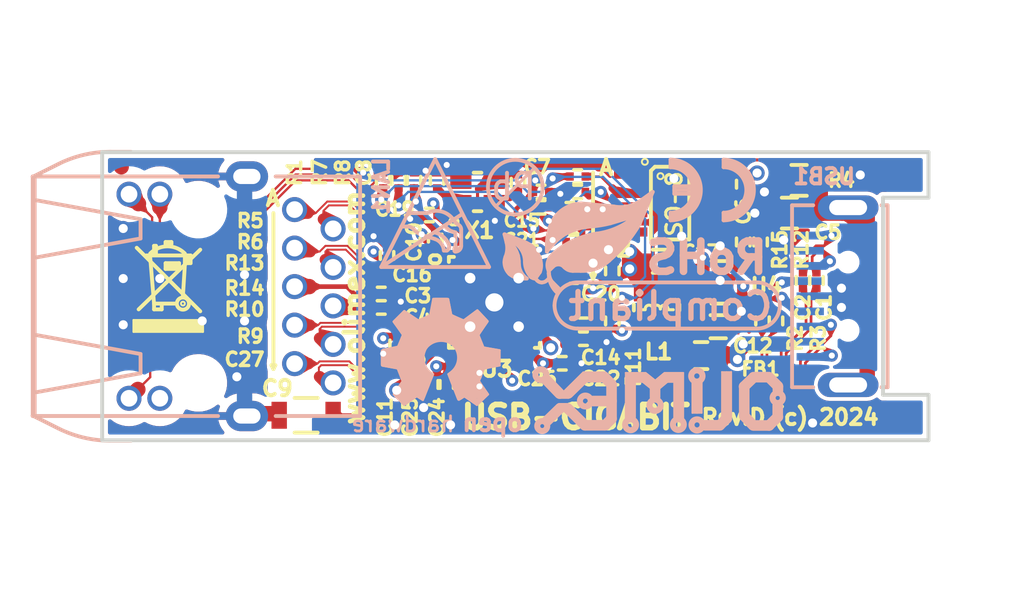
<source format=kicad_pcb>
(kicad_pcb (version 20221018) (generator pcbnew)
  (title_block (title "USB-GIGABIT") (date "2024-01-22") (rev "D") (company "Olimex Ltd."))
  (layers (0 "F.Cu" mixed) (1 "In1.Cu" power "In1_GND.Cu") (2 "In2.Cu" power) (31 "B.Cu" mixed) (34 "B.Paste" user) (35 "F.Paste" user) (36 "B.SilkS" user "B.Silkscreen") (37 "F.SilkS" user "F.Silkscreen") (38 "B.Mask" user) (39 "F.Mask" user) (44 "Edge.Cuts" user))
  (net 0 "")
  (net 1 "Net-(LAN1-P5)")
  (net 2 "GND")
  (net 3 "Net-(LAN1-P6)")
  (net 4 "Net-(C5-Pad1)")
  (net 5 "+3V3")
  (net 6 "Net-(U3-CKXTAL1)")
  (net 7 "Net-(U3-CKXTAL2)")
  (net 8 "Net-(C9-Pad1)")
  (net 9 "Net-(U3-VDD5)")
  (net 10 "/V12")
  (net 11 "Net-(LAN1-Pad12)")
  (net 12 "Net-(LAN1-Pad14)")
  (net 13 "Net-(U3-DVDD10_UPS)")
  (net 14 "Net-(U4-LX)")
  (net 15 "Net-(U2-CLK)")
  (net 16 "Net-(U2-DI)")
  (net 17 "Net-(U3-RSET)")
  (net 18 "Net-(U3-XTALDET)")
  (net 19 "Net-(U3-GPIO)")
  (net 20 "Net-(U4-FB)")
  (net 21 "/U3STX_P")
  (net 22 "/U3TX_P")
  (net 23 "/U3STX_N")
  (net 24 "/U3TX_N")
  (net 25 "/VBUS")
  (net 26 "/LED0")
  (net 27 "/LED1")
  (net 28 "/M3_N")
  (net 29 "/M3_P")
  (net 30 "/M2_N")
  (net 31 "/M2_P")
  (net 32 "/M1_N")
  (net 33 "/M1_P")
  (net 34 "/M0_N")
  (net 35 "/M0_P")
  (net 36 "/U2D_P")
  (net 37 "/U2_P")
  (net 38 "/U2D_N")
  (net 39 "/U2_N")
  (net 40 "/U3SRX_N")
  (net 41 "/U3SRX_P")
  (net 44 "Net-(U2-CS)")
  (net 46 "/LED2")
  (footprint "OLIMEX_RLC-FP:C_0402_5MIL_DWS" (layer "F.Cu") (at 101.219 68.961 90)
    (fp_text reference "C2")
    (fp_text value "100nF/10V/X5R /20%/0402")
  )
  (footprint "OLIMEX_RLC-FP:C_0402_5MIL_DWS" (layer "F.Cu") (at 73.406 69.85)
    (fp_text reference "C3")
    (fp_text value "100nF/10V/X5R /20%/0402")
  )
  (footprint "OLIMEX_RLC-FP:C_0402_5MIL_DWS" (layer "F.Cu") (at 73.406 70.739)
    (fp_text reference "C4")
    (fp_text value "100nF/10V/X5R /20%/0402")
  )
  (footprint "OLIMEX_RLC-FP:C_0805_5MIL_DWS" (layer "F.Cu") (at 100.33 64.516 180)
    (fp_text reference "C5")
    (fp_text value "100nF/50V/Y5V/20%")
  )
  (footprint "OLIMEX_RLC-FP:C_0402_5MIL_DWS" (layer "F.Cu") (at 97.282 62.611 90)
    (fp_text reference "C6")
    (fp_text value "NA")
  )
  (footprint "OLIMEX_RLC-FP:C_0402_5MIL_DWS" (layer "F.Cu") (at 82.423 62.484 90)
    (fp_text reference "C7")
    (fp_text value "39pF/C0G/50VDC/0402")
  )
  (footprint "OLIMEX_RLC-FP:C_0402_5MIL_DWS" (layer "F.Cu") (at 77.089 62.357 90)
    (fp_text reference "C8")
    (fp_text value "39pF/C0G/50VDC/0402")
  )
  (footprint "OLIMEX_RLC-FP:C_1206_5MIL_DWS_ISO" (layer "F.Cu") (at 68.453 77.851)
    (fp_text reference "C9")
    (fp_text value "1nF/2000V/10%/X7R/1206")
  )
  (footprint "OLIMEX_RLC-FP:C_0402_5MIL_DWS" (layer "F.Cu") (at 76.962 66.167 -90)
    (fp_text reference "C10")
    (fp_text value "100nF/10V/X5R /20%/0402")
  )
  (footprint "OLIMEX_RLC-FP:C_0402_5MIL_DWS" (layer "F.Cu") (at 75.692 75.819 90)
    (fp_text reference "C11")
    (fp_text value "100nF/10V/X5R /20%/0402")
  )
  (footprint "OLIMEX_RLC-FP:C_0603_5MIL_DWS" (layer "F.Cu") (at 95.631 72.009)
    (fp_text reference "C12")
    (fp_text value "2.2uF/X5R/6.3V/10%/0603")
  )
  (footprint "OLIMEX_RLC-FP:C_0402_5MIL_DWS" (layer "F.Cu") (at 86.741 71.882 180)
    (fp_text reference "C14")
    (fp_text value "100nF/10V/X5R /20%/0402")
  )
  (footprint "OLIMEX_RLC-FP:C_0402_5MIL_DWS" (layer "F.Cu") (at 83.947 63.119 180)
    (fp_text reference "C15")
    (fp_text value "100nF/10V/X5R /20%/0402")
  )
  (footprint "OLIMEX_RLC-FP:C_0402_5MIL_DWS" (layer "F.Cu") (at 73.787 67.31 -90)
    (fp_text reference "C16")
    (fp_text value "100nF/10V/X5R /20%/0402")
  )
  (footprint "OLIMEX_RLC-FP:C_0603_5MIL_DWS" (layer "F.Cu") (at 91.821 67.691)
    (fp_text reference "C17")
    (fp_text value "2.2uF/X5R/6.3V/10%/0603")
  )
  (footprint "OLIMEX_RLC-FP:C_0402_5MIL_DWS" (layer "F.Cu") (at 74.422 73.152 90)
    (fp_text reference "C18")
    (fp_text value "100nF/10V/X5R /20%/0402")
  )
  (footprint "OLIMEX_RLC-FP:C_0402_5MIL_DWS" (layer "F.Cu") (at 76.581 64.643)
    (fp_text reference "C19")
    (fp_text value "100nF/10V/X5R /20%/0402")
  )
  (footprint "OLIMEX_RLC-FP:C_0402_5MIL_DWS" (layer "F.Cu") (at 88.646 68.326 -90)
    (fp_text reference "C20")
    (fp_text value "100nF/10V/X5R /20%/0402")
  )
  (footprint "OLIMEX_RLC-FP:C_0402_5MIL_DWS" (layer "F.Cu") (at 83.947 64.135 180)
    (fp_text reference "C21")
    (fp_text value "100nF/10V/X5R /20%/0402")
  )
  (footprint "OLIMEX_RLC-FP:C_0402_5MIL_DWS" (layer "F.Cu") (at 86.741 72.8)
    (fp_text reference "C22")
    (fp_text value "100nF/10V/X5R /20%/0402")
  )
  (footprint "OLIMEX_RLC-FP:C_0402_5MIL_DWS" (layer "F.Cu") (at 77.724 75.819 90)
    (fp_text reference "C24")
    (fp_text value "100nF/10V/X5R /20%/0402")
  )
  (footprint "OLIMEX_RLC-FP:C_0402_5MIL_DWS" (layer "F.Cu") (at 76.708 75.819 90)
    (fp_text reference "C25")
    (fp_text value "100nF/10V/X5R /20%/0402")
  )
  (footprint "OLIMEX_RLC-FP:C_0402_5MIL_DWS" (layer "F.Cu") (at 85.344 74.422 180)
    (fp_text reference "C26")
    (fp_text value "100nF/10V/X5R /20%/0402")
  )
  (footprint "OLIMEX_RLC-FP:L_0805_5MIL_DWS" (layer "F.Cu") (at 94.488 73.914 180)
    (fp_text reference "FB1")
    (fp_text value " 600OHM/2A/UPZ2012E-601-2R0TF/0805")
  )
  (footprint "OLIMEX_RLC-FP:R_0402_5MIL_DWS" (layer "F.Cu") (at 98.552 71.628 90)
    (fp_text reference "R2")
    (fp_text value "22R/0402")
  )
  (footprint "OLIMEX_RLC-FP:R_0402_5MIL_DWS" (layer "F.Cu") (at 99.441 71.628 90)
    (fp_text reference "R3")
    (fp_text value "22R/0402")
  )
  (footprint "OLIMEX_RLC-FP:R_0805_5MIL_DWS" (layer "F.Cu") (at 100.965 62.357 180)
    (fp_text reference "R4")
    (fp_text value "10R/0805")
  )
  (footprint "OLIMEX_RLC-FP:R_0402_5MIL_DWS" (layer "F.Cu") (at 86.36 62.103)
    (fp_text reference "R5")
    (fp_text value "NA")
  )
  (footprint "OLIMEX_RLC-FP:R_0402_5MIL_DWS" (layer "F.Cu") (at 86.36 63.119 180)
    (fp_text reference "R6")
    (fp_text value "NA")
  )
  (footprint "OLIMEX_RLC-FP:R_0402_5MIL_DWS" (layer "F.Cu") (at 86.106 67.437 180)
    (fp_text reference "R9")
    (fp_text value "2.2K/0402")
  )
  (footprint "OLIMEX_RLC-FP:R_0402_5MIL_DWS" (layer "F.Cu") (at 86.106 66.421 180)
    (fp_text reference "R10")
    (fp_text value "NA")
  )
  (footprint "OLIMEX_RLC-FP:R_0402_5MIL_DWS" (layer "F.Cu") (at 88.646 71.628 -90)
    (fp_text reference "R11")
    (fp_text value "2.2K/0402")
  )
  (footprint "OLIMEX_RLC-FP:R_0402_5MIL_DWS" (layer "F.Cu") (at 85.852 64.262 180)
    (fp_text reference "R13")
    (fp_text value "NA")
  )
  (footprint "OLIMEX_RLC-FP:R_0402_5MIL_DWS" (layer "F.Cu") (at 86.106 65.405)
    (fp_text reference "R14")
    (fp_text value "NA")
  )
  (footprint "OLIMEX_IC-FP:SO-8" (layer "F.Cu") (at 92.456 63.857863 -90)
    (fp_text reference "U2")
    (fp_text value "NA(93LC46)")
  )
  (footprint "OLIMEX_LOGOs-FP:LOGO_RECYCLEBIN_1" (layer "F.Cu") (at 57.023 72.39)
    (fp_text reference "" hide)
    (fp_text value "" hide)
  )
  (footprint "OLIMEX_IC-FP:QFN48-6x6mm-OLIMEX_V2" (layer "F.Cu") (at 80.865988 70.4055 -90)
    (fp_text reference "U3")
    (fp_text value "RTL8153VC-CG")
  )
  (footprint "OLIMEX_Crystal-FP:Oscillator-18.432MHz-3.2x2.5mm" (layer "F.Cu") (at 79.756 63.119)
    (fp_text reference "X1")
    (fp_text value "25MHz/20ppm/20pF/4P/3225")
  )
  (footprint "OLIMEX_RLC-FP:C_0402_5MIL_DWS" (layer "F.Cu") (at 86.106 68.707)
    (fp_text reference "C27")
    (fp_text value "100nF/10V/X5R /20%/0402")
  )
  (footprint "OLIMEX_RLC-FP:R_0402_5MIL_DWS" (layer "F.Cu") (at 74.549 62.357 -90)
    (fp_text reference "R1")
    (fp_text value "1K/0402")
  )
  (footprint "OLIMEX_RLC-FP:R_0402_5MIL_DWS" (layer "F.Cu") (at 73.533 62.357 -90)
    (fp_text reference "R7")
    (fp_text value "1K/0402")
  )
  (footprint "OLIMEX_RLC-FP:R_0402_5MIL_DWS" (layer "F.Cu") (at 75.565 62.357 90)
    (fp_text reference "R8")
    (fp_text value "2.49K/1%/0402")
  )
  (footprint "OLIMEX_RLC-FP:CD32" (layer "F.Cu") (at 91.567 70.739 90)
    (fp_text reference "L1")
    (fp_text value "2.2uH/NRS3015T2R2MNGH")
  )
  (footprint "OLIMEX_RLC-FP:R_0402_5MIL_DWS" (layer "F.Cu") (at 98.425 66.421 90)
    (fp_text reference "R12")
    (fp_text value "1.1K/1%/0402")
  )
  (footprint "OLIMEX_RLC-FP:R_0402_5MIL_DWS" (layer "F.Cu") (at 97.282 66.421 -90)
    (fp_text reference "R15")
    (fp_text value "1.1K/1%/0402")
  )
  (footprint "OLIMEX_IC-FP:SOT-23-5" (layer "F.Cu") (at 95.758 69.088 180)
    (fp_text reference "U4")
    (fp_text value "SY8089AAAC")
  )
  (footprint "OLIMEX_RLC-FP:C_0402_5MIL_DWS" (layer "F.Cu") (at 102.108 68.961 90)
    (fp_text reference "C1")
    (fp_text value "100nF/10V/X5R /20%/0402")
  )
  (footprint "OLIMEX_Other-FP:Fiducial1x3" (layer "F.Cu") (at 56.515 74.295)
    (fp_text reference "FID1" hide)
    (fp_text value "Fiducial" hide)
  )
  (footprint "OLIMEX_Other-FP:Fiducial1x3" (layer "F.Cu") (at 108 62)
    (fp_text reference "FID2" hide)
    (fp_text value "Fiducial" hide)
  )
  (footprint "OLIMEX_Other-FP:Fiducial1x3_Paste" (layer "F.Cu") (at 56.261 61.468)
    (fp_text reference "FID4" hide)
    (fp_text value "Fiducial" hide)
  )
  (footprint "OLIMEX_Other-FP:Fiducial1x3_Paste" (layer "F.Cu") (at 108 78)
    (fp_text reference "FID3" hide)
    (fp_text value "Fiducial" hide)
  )
  (footprint "OLIMEX_LOGOs-FP:LOGO_OPENHARDWARE_8x8" (layer "B.Cu") (at 77.343 74.168 180)
    (fp_text reference "" hide)
    (fp_text value "" hide)
  )
  (footprint "OLIMEX_LOGOs-FP:LOGO_PBFREE" (layer "B.Cu") (at 82.042 63.119 180)
    (fp_text reference "")
    (fp_text value "")
  )
  (footprint "OLIMEX_Connectors-FP:TM211Q01FM22" (layer "B.Cu") (at 61.3415 70 -90)
    (fp_text reference "LAN1")
    (fp_text value "TM211Q01FM22(LPJG16402AQNL)")
  )
  (footprint "OLIMEX_Connectors-FP:USB3_A_MALE" (layer "B.Cu") (at 106.85 70 -90)
    (fp_text reference "USB1")
    (fp_text value "USB1065")
  )
  (footprint "OLIMEX_Signs-FP:CE_Sign" (layer "B.Cu") (at 94.234 62.992 180)
    (fp_text reference "Sign_CE" hide)
    (fp_text value "CE_Sign" hide)
  )
  (footprint "OLIMEX_Signs-FP:Sign_Antistatic" (layer "B.Cu") (at 80.518 68.072 180)
    (fp_text reference "Sign_Antistatic" hide)
    (fp_text value "Sign_Antistatic" hide)
  )
  (footprint "OLIMEX_Signs-FP:Logo_OLIMEX_TB" (layer "B.Cu") (at 91.567 76.835 180)
    (fp_text reference "Logo_OLIMEX_TB" hide)
    (fp_text value "Logo_OLIMEX_TB" hide)
  )
  (footprint "OLIMEX_Signs-FP:Sign_RoHS_1" (layer "B.Cu") (at 98.679 71.501 180)
    (fp_text reference "Sign_RoHS_1" hide)
    (fp_text value "Sign_RoHS_1" hide)
  )
  (gr_line (start 87.376 68.834) (end 87.249 68.58) (stroke (width 0.254)) (layer "F.SilkS"))
  (gr_line (start 66.294 74.803) (end 66.167 74.549) (stroke (width 0.254)) (layer "F.SilkS"))
  (gr_line (start 87.249 68.58) (end 87.503 68.58) (stroke (width 0.254)) (layer "F.SilkS"))
  (gr_line (start 87.376 61.849) (end 87.376 68.834) (stroke (width 0.254)) (layer "F.SilkS"))
  (gr_line (start 66.167 74.549) (end 66.421 74.549) (stroke (width 0.254)) (layer "F.SilkS"))
  (gr_line (start 66.294 64.516) (end 66.294 74.803) (stroke (width 0.254)) (layer "F.SilkS"))
  (gr_line (start 87.503 68.58) (end 87.376 68.834) (stroke (width 0.254)) (layer "F.SilkS"))
  (gr_line (start 66.421 74.549) (end 66.294 74.803) (stroke (width 0.254)) (layer "F.SilkS"))
  (gr_line (start 55 79.5) (end 55 60.5) (stroke (width 0.254)) (layer "Edge.Cuts"))
  (gr_line (start 55 60.5) (end 109.5 60.5) (stroke (width 0.254)) (layer "Edge.Cuts"))
  (gr_line (start 109.5 63.5) (end 109.5 60.5) (stroke (width 0.254)) (layer "Edge.Cuts"))
  (gr_line (start 109.5 79.5) (end 55 79.5) (stroke (width 0.254)) (layer "Edge.Cuts"))
  (gr_line (start 109.5 79.5) (end 109.5 76.5) (stroke (width 0.254)) (layer "Edge.Cuts"))
  (gr_line (start 106.5 63.5) (end 106.5 76.5) (stroke (width 0.254)) (layer "Edge.Cuts"))
  (gr_line (start 106.5 76.5) (end 109.5 76.5) (stroke (width 0.254)) (layer "Edge.Cuts"))
  (gr_line (start 109.5 63.5) (end 106.5 63.5) (stroke (width 0.254)) (layer "Edge.Cuts"))
  (gr_text "USB-GIGABIT" (at 86.233 77.978) (layer "F.SilkS") (effects (font (size 1.524 1.524) (thickness 0.381) bold)))
  (gr_text "(c) 2024\n" (at 102.743 77.978) (layer "F.SilkS") (effects (font (size 1.016 1.016) (thickness 0.254) bold)))
  (gr_text "www.olimex.com" (at 71.628 70.739 90) (layer "F.SilkS") (effects (font (size 1.27 1.27) (thickness 0.3048) bold)))
  (gr_text "A" (at 87.63 62.103) (layer "F.SilkS") (effects (font (size 1.016 1.016) (thickness 0.254) bold) (justify left bottom)))
  (gr_text "A" (at 65.659 64.135) (layer "F.SilkS") (effects (font (size 1.016 1.016) (thickness 0.254) bold) (justify left bottom)))
  (gr_text "Rev.D" (at 96.647 77.978) (layer "F.SilkS") (effects (font (size 1.016 1.016) (thickness 0.254) bold)))
  (segment (start 71.628 69.85) (end 71.143 69.365) (width 0.3048) (layer "F.Cu") (net 1))
  (segment (start 72.898 69.85) (end 71.628 69.85) (width 0.3048) (layer "F.Cu") (net 1))
  (segment (start 67.6915 69.365) (end 68.6538 69.365) (width 1.016) (layer "F.Cu") (net 1))
  (segment (start 68.6538 69.365) (end 71.143 69.365) (width 0.3048) (layer "F.Cu") (net 1))
  (segment (start 93.472 66.675) (end 93.5482 66.5988) (width 0.508) (layer "F.Cu") (net 2))
  (segment (start 79.883 75.057) (end 80.265988 74.674012) (width 0.254) (layer "F.Cu") (net 2))
  (segment (start 85.09 63.119) (end 85.217 63.246) (width 0.508) (layer "F.Cu") (net 2))
  (segment (start 93.495137 65.762863) (end 93.218 66.04) (width 0.508) (layer "F.Cu") (net 2))
  (segment (start 86.868 66.675) (end 86.614 66.421) (width 0.508) (layer "F.Cu") (net 2))
  (segment (start 80.856 63.919) (end 80.899 63.962) (width 0.762) (layer "F.Cu") (net 2))
  (segment (start 83.065988 69.4055) (end 82.465988 68.8055) (width 0.2032) (layer "F.Cu") (net 2))
  (segment (start 95.056 65.762863) (end 93.495137 65.762863) (width 0.508) (layer "F.Cu") (net 2))
  (segment (start 93.5482 66.5988) (end 95.6818 66.5988) (width 0.508) (layer "F.Cu") (net 2))
  (segment (start 88.138 66.675) (end 86.868 66.675) (width 0.508) (layer "F.Cu") (net 2))
  (segment (start 78.656 62.319) (end 78.186 61.849) (width 0.508) (layer "F.Cu") (net 2))
  (segment (start 98.679 64.516) (end 98.679 63.119) (width 1.016) (layer "F.Cu") (net 2))
  (segment (start 78.232 61.895) (end 78.232 61.214) (width 0.508) (layer "F.Cu") (net 2))
  (segment (start 75.565 61.849) (end 74.803 61.087) (width 0.254) (layer "F.Cu") (net 2))
  (segment (start 81.2496 63.5254) (end 81.8896 63.5254) (width 0.4064) (layer "F.Cu") (net 2))
  (segment (start 75.692 76.327) (end 76.2 76.327) (width 0.508) (layer "F.Cu") (net 2))
  (segment (start 74.803 61.087) (end 69.342 61.087) (width 0.254) (layer "F.Cu") (net 2))
  (segment (start 95.758 65.762863) (end 95.758 66.675) (width 0.508) (layer "F.Cu") (net 2))
  (segment (start 83.849488 69.4055) (end 83.065988 69.4055) (width 0.2032) (layer "F.Cu") (net 2))
  (segment (start 80.265988 74.674012) (end 80.265988 73.389) (width 0.254) (layer "F.Cu") (net 2))
  (segment (start 79.883 75.057) (end 79.883 75.946) (width 0.762) (layer "F.Cu") (net 2))
  (segment (start 86.614 68.707) (end 87.757 68.707) (width 0.254) (layer "F.Cu") (net 2))
  (segment (start 73.787 66.802) (end 73.025 66.04) (width 0.4064) (layer "F.Cu") (net 2))
  (segment (start 78.656 62.319) (end 78.232 61.895) (width 0.508) (layer "F.Cu") (net 2))
  (segment (start 99.568 62.357) (end 98.806 63.119) (width 1.016) (layer "F.Cu") (net 2))
  (segment (start 85.344 63.119) (end 85.217 63.246) (width 0.508) (layer "F.Cu") (net 2))
  (segment (start 91.694 61.214) (end 92.71 62.23) (width 0.508) (layer "F.Cu") (net 2))
  (segment (start 79.865988 73.3255) (end 79.865988 71.7355) (width 0.1999) (layer "F.Cu") (net 2))
  (segment (start 77.724 61.341) (end 77.851 61.214) (width 0.508) (layer "F.Cu") (net 2))
  (segment (start 74.041 78.232) (end 74.295 78.486) (width 1.016) (layer "F.Cu") (net 2))
  (segment (start 95.631 69.088) (end 94.458 69.088) (width 0.508) (layer "F.Cu") (net 2))
  (segment (start 99.06 65.913) (end 99.314 65.659) (width 0.508) (layer "F.Cu") (net 2))
  (segment (start 93.218 66.421) (end 93.472 66.675) (width 0.508) (layer "F.Cu") (net 2))
  (segment (start 105 62) (end 104.008 61.008) (width 0.2032) (layer "F.Cu") (net 2))
  (segment (start 76.2 77.343) (end 76.2 76.327) (width 0.508) (layer "F.Cu") (net 2))
  (segment (start 76.454 61.849) (end 76.327 61.722) (width 0.508) (layer "F.Cu") (net 2))
  (segment (start 81.865988 73.3255) (end 81.865988 71.7355) (width 0.1999) (layer "F.Cu") (net 2))
  (segment (start 93.218 66.04) (end 93.218 66.421) (width 0.508) (layer "F.Cu") (net 2))
  (segment (start 98.044 64.516) (end 99.314 64.516) (width 1.016) (layer "F.Cu") (net 2))
  (segment (start 75.692 61.722) (end 75.565 61.849) (width 0.508) (layer "F.Cu") (net 2))
  (segment (start 99.314 64.516) (end 98.679 64.516) (width 1.016) (layer "F.Cu") (net 2))
  (segment (start 92.71 67.437) (end 93.472 66.675) (width 0.508) (layer "F.Cu") (net 2))
  (segment (start 76.2 64.897) (end 75.311 64.897) (width 0.508) (layer "F.Cu") (net 2))
  (segment (start 95.6818 66.5988) (end 95.758 66.675) (width 0.508) (layer "F.Cu") (net 2))
  (segment (start 88.646 67.183) (end 88.392 66.929) (width 0.508) (layer "F.Cu") (net 2))
  (segment (start 70.612 78.232) (end 74.041 78.232) (width 1.016) (layer "F.Cu") (net 2))
  (segment (start 80.265988 72.1355) (end 79.700988 71.5705) (width 0.1999) (layer "F.Cu") (net 2))
  (segment (start 87.757 68.707) (end 88.646 67.818) (width 0.254) (layer "F.Cu") (net 2))
  (segment (start 83.849488 69.4055) (end 85.9155 69.4055) (width 0.2032) (layer "F.Cu") (net 2))
  (segment (start 88.392 66.929) (end 88.138 66.675) (width 0.508) (layer "F.Cu") (net 2))
  (segment (start 81.8896 63.5254) (end 82.423 62.992) (width 0.4064) (layer "F.Cu") (net 2))
  (segment (start 86.614 65.405) (end 86.614 66.421) (width 0.4064) (layer "F.Cu") (net 2))
  (segment (start 79.865988 71.7355) (end 79.700988 71.5705) (width 0.1999) (layer "F.Cu") (net 2))
  (segment (start 78.232 61.214) (end 91.694 61.214) (width 0.508) (layer "F.Cu") (net 2))
  (segment (start 92.71 67.691) (end 92.71 67.437) (width 0.508) (layer "F.Cu") (net 2))
  (segment (start 98.425 65.913) (end 99.06 65.913) (width 0.508) (layer "F.Cu") (net 2))
  (segment (start 73.914 70.739) (end 73.914 70.358) (width 0.508) (layer "F.Cu") (net 2))
  (segment (start 88.265 73.025) (end 88.04 72.8) (width 0.254) (layer "F.Cu") (net 2))
  (segment (start 80.265988 73.3255) (end 80.265988 72.1355) (width 0.1999) (layer "F.Cu") (net 2))
  (segment (start 98.806 63.119) (end 98.679 63.119) (width 1.016) (layer "F.Cu") (net 2))
  (segment (start 74.6945 70.358) (end 73.914 70.358) (width 0.508) (layer "F.Cu") (net 2))
  (segment (start 95.758 68.961) (end 95.631 69.088) (width 0.508) (layer "F.Cu") (net 2))
  (segment (start 76.962 65.659) (end 76.073 64.77) (width 0.4064) (layer "F.Cu") (net 2))
  (segment (start 101.346 78.867) (end 101.854 78.359) (width 0.4064) (layer "F.Cu") (net 2))
  (segment (start 77.851 61.214) (end 78.232 61.214) (width 0.508) (layer "F.Cu") (net 2))
  (segment (start 80.899 63.962) (end 80.899 65.024) (width 0.762) (layer "F.Cu") (net 2))
  (segment (start 76.2 76.327) (end 76.708 76.327) (width 0.508) (layer "F.Cu") (net 2))
  (segment (start 81.865988 71.7355) (end 82.030988 71.5705) (width 0.1999) (layer "F.Cu") (net 2))
  (segment (start 76.073 64.77) (end 76.073 64.643) (width 0.508) (layer "F.Cu") (net 2))
  (segment (start 70.231 77.851) (end 70.612 78.232) (width 1.016) (layer "F.Cu") (net 2))
  (segment (start 85.9155 69.4055) (end 86.614 68.707) (width 0.2032) (layer "F.Cu") (net 2))
  (segment (start 73.025 66.04) (end 72.898 66.04) (width 0.4064) (layer "F.Cu") (net 2))
  (segment (start 76.327 61.722) (end 75.692 61.722) (width 0.508) (layer "F.Cu") (net 2))
  (segment (start 82.195988 69.4055) (end 82.030988 69.2405) (width 0.1999) (layer "F.Cu") (net 2))
  (segment (start 103.759 69.469) (end 103.759 70.739) (width 1.016) (layer "F.Cu") (net 2))
  (segment (start 104.008 61.008) (end 97.5 61.008) (width 0.2032) (layer "F.Cu") (net 2))
  (segment (start 73.66 73.66) (end 74.422 73.66) (width 0.4064) (layer "F.Cu") (net 2))
  (segment (start 73.914 70.358) (end 73.914 69.85) (width 0.508) (layer "F.Cu") (net 2))
  (segment (start 97.282 63.119) (end 98.679 63.119) (width 0.508) (layer "F.Cu") (net 2))
  (segment (start 99.314 65.659) (end 99.949 66.294) (width 1.016) (layer "F.Cu") (net 2))
  (segment (start 78.186 61.849) (end 77.089 61.849) (width 0.508) (layer "F.Cu") (net 2))
  (segment (start 80.856 63.919) (end 81.2496 63.5254) (width 0.4064) (layer "F.Cu") (net 2))
  (segment (start 99.314 64.516) (end 99.314 65.659) (width 1.016) (layer "F.Cu") (net 2))
  (segment (start 88.04 72.8) (end 87.249 72.8) (width 0.254) (layer "F.Cu") (net 2))
  (segment (start 97.155 70.993) (end 97.155 71.374) (width 0.762) (layer "F.Cu") (net 2))
  (segment (start 88.646 67.818) (end 88.646 67.183) (width 0.508) (layer "F.Cu") (net 2))
  (segment (start 76.708 76.327) (end 77.724 76.327) (width 0.508) (layer "F.Cu") (net 2))
  (segment (start 94.458 69.088) (end 93.98 69.088) (width 0.4064) (layer "F.Cu") (net 2))
  (segment (start 99.949 62.357) (end 99.568 62.357) (width 1.016) (layer "F.Cu") (net 2))
  (segment (start 84.455 63.119) (end 85.09 63.119) (width 0.508) (layer "F.Cu") (net 2))
  (segment (start 77.978 78.486) (end 78.359 78.867) (width 0.4064) (layer "F.Cu") (net 2))
  (segment (start 85.852 63.119) (end 85.344 63.119) (width 0.508) (layer "F.Cu") (net 2))
  (segment (start 78.359 78.867) (end 101.346 78.867) (width 0.4064) (layer "F.Cu") (net 2))
  (segment (start 95.758 66.675) (end 95.758 68.961) (width 1.016) (layer "F.Cu") (net 2))
  (segment (start 84.455 64.135) (end 84.455 63.119) (width 0.4064) (layer "F.Cu") (net 2))
  (segment (start 92.71 67.818) (end 92.71 67.691) (width 0.4064) (layer "F.Cu") (net 2))
  (segment (start 77.089 61.849) (end 76.454 61.849) (width 0.508) (layer "F.Cu") (net 2))
  (segment (start 73.533 73.787) (end 73.66 73.66) (width 0.4064) (layer "F.Cu") (net 2))
  (segment (start 93.98 69.088) (end 92.71 67.818) (width 0.4064) (layer "F.Cu") (net 2))
  (segment (start 95.056 65.762863) (end 95.758 65.762863) (width 0.508) (layer "F.Cu") (net 2))
  (segment (start 97.155 71.374) (end 96.52 72.009) (width 0.762) (layer "F.Cu") (net 2))
  (segment (start 86.614 74.422) (end 85.852 74.422) (width 0.4064) (layer "F.Cu") (net 2))
  (via (at 79.883 75.946) (size 0.8) (drill 0.4) (layers "F.Cu" "B.Cu") (net 2))
  (via (at 95.758 68.961) (size 1) (drill 0.6) (layers "F.Cu" "B.Cu") (net 2))
  (via (at 98.044 64.516) (size 1) (drill 0.6) (layers "F.Cu" "B.Cu") (net 2))
  (via (at 97.155 70.993) (size 1) (drill 0.6) (layers "F.Cu" "B.Cu") (net 2))
  (via (at 98.679 63.119) (size 1) (drill 0.6) (layers "F.Cu" "B.Cu") (net 2))
  (via (at 92.71 62.23) (size 1) (drill 0.6) (layers "F.Cu" "B.Cu") (net 2))
  (via (at 80.899 65.024) (size 0.8) (drill 0.4) (layers "F.Cu" "B.Cu") (net 2))
  (via (at 72.898 66.04) (size 0.8) (drill 0.4) (layers "F.Cu" "B.Cu") (net 2))
  (via (at 95.758 66.675) (size 1) (drill 0.6) (layers "F.Cu" "B.Cu") (net 2))
  (via (at 93.218 66.04) (size 1) (drill 0.6) (layers "F.Cu" "B.Cu") (net 2))
  (via (at 76.2 77.343) (size 1) (drill 0.6) (layers "F.Cu" "B.Cu") (net 2))
  (via (at 101.854 78.359) (size 1) (drill 0.6) (layers "F.Cu" "B.Cu") (net 2))
  (via (at 99.949 66.294) (size 1) (drill 0.6) (layers "F.Cu" "B.Cu") (net 2))
  (via (at 74.295 78.486) (size 1) (drill 0.6) (layers "F.Cu" "B.Cu") (net 2))
  (via (at 76.327 61.722) (size 0.8) (drill 0.4) (layers "F.Cu" "B.Cu") (net 2))
  (via (at 79.883 75.057) (size 0.8) (drill 0.4) (layers "F.Cu" "B.Cu") (net 2))
  (via (at 73.533 73.787) (size 0.8) (drill 0.4) (layers "F.Cu" "B.Cu") (net 2))
  (via (at 77.724 61.341) (size 0.8) (drill 0.4) (layers "F.Cu" "B.Cu") (net 2))
  (via (at 75.311 64.897) (size 0.8) (drill 0.4) (layers "F.Cu" "B.Cu") (net 2))
  (via (at 74.6945 70.358) (size 0.8) (drill 0.4) (layers "F.Cu" "B.Cu") (net 2))
  (via (at 103.759 70.739) (size 1) (drill 0.6) (layers "F.Cu" "B.Cu") (net 2))
  (via (at 88.265 73.025) (size 0.8) (drill 0.4) (layers "F.Cu" "B.Cu") (net 2))
  (via (at 105 62) (size 1) (drill 0.6) (layers "F.Cu" "B.Cu") (net 2))
  (via (at 88.392 66.929) (size 1) (drill 0.6) (layers "F.Cu" "B.Cu") (net 2))
  (via (at 86.614 74.422) (size 0.8) (drill 0.4) (layers "F.Cu" "B.Cu") (net 2))
  (via (at 85.217 63.246) (size 0.8) (drill 0.4) (layers "F.Cu" "B.Cu") (net 2))
  (via (at 77.978 78.486) (size 1) (drill 0.6) (layers "F.Cu" "B.Cu") (net 2))
  (via (at 103.759 69.469) (size 1) (drill 0.6) (layers "F.Cu" "B.Cu") (net 2))
  (segment (start 103.759 69.977) (end 103.759 70.739) (width 1.016) (layer "B.Cu") (net 2))
  (segment (start 103.736 70) (end 103.759 69.977) (width 0.508) (layer "B.Cu") (net 2))
  (segment (start 103.759 69.469) (end 103.759 69.977) (width 1.016) (layer "B.Cu") (net 2))
  (segment (start 101.7 70) (end 103.736 70) (width 0.508) (layer "B.Cu") (net 2))
  (segment (start 100.655 67) (end 101.7035 67) (width 0.508) (layer "B.Cu") (net 2))
  (segment (start 99.949 66.294) (end 100.655 67) (width 0.508) (layer "B.Cu") (net 2))
  (segment (start 70.3355 70.739) (end 71.12 70.739) (width 1.016) (layer "F.Cu") (net 3))
  (segment (start 72.898 70.739) (end 71.12 70.739) (width 0.3048) (layer "F.Cu") (net 3))
  (segment (start 70.2315 70.635) (end 70.3355 70.739) (width 1.016) (layer "F.Cu") (net 3))
  (segment (start 102.108 62.484) (end 102.108 64.15) (width 1.524) (layer "F.Cu") (net 4))
  (segment (start 105.458 64.087) (end 105.458 75.85) (width 1.016) (layer "F.Cu") (net 4))
  (segment (start 104.2 64.15) (end 104.263 64.087) (width 1.016) (layer "F.Cu") (net 4))
  (segment (start 104.2 64.15) (end 102.108 64.15) (width 1.016) (layer "F.Cu") (net 4))
  (segment (start 104.263 64.087) (end 105.458 64.087) (width 1.016) (layer "F.Cu") (net 4))
  (segment (start 103.834 64.516) (end 104.2 64.15) (width 1.016) (layer "F.Cu") (net 4))
  (segment (start 101.346 64.516) (end 103.834 64.516) (width 1.016) (layer "F.Cu") (net 4))
  (segment (start 105.458 75.85) (end 104.2 75.85) (width 1.016) (layer "F.Cu") (net 4))
  (segment (start 101.981 62.357) (end 102.108 62.484) (width 1.016) (layer "F.Cu") (net 4))
  (segment (start 86.5124 67.818) (end 86.4489 67.7545) (width 0.508) (layer "F.Cu") (net 5))
  (segment (start 89.281 72.263) (end 89.154 72.136) (width 0.508) (layer "F.Cu") (net 5))
  (segment (start 78.665988 67.422) (end 78.650988 67.437) (width 0.2032) (layer "F.Cu") (net 5))
  (segment (start 98.19523 61.87323) (end 97.96546 62.103) (width 0.508) (layer "F.Cu") (net 5))
  (segment (start 85.4965 68.6055) (end 85.598 68.707) (width 0.2032) (layer "F.Cu") (net 5))
  (segment (start 77.978 68.109988) (end 77.978 67.437) (width 0.3048) (layer "F.Cu") (net 5))
  (segment (start 97.96546 62.103) (end 97.282 62.103) (width 0.508) (layer "F.Cu") (net 5))
  (segment (start 83.849488 68.6055) (end 85.4965 68.6055) (width 0.2032) (layer "F.Cu") (net 5))
  (segment (start 87.63 71.247) (end 88.519 72.136) (width 0.254) (layer "F.Cu") (net 5))
  (segment (start 86.233 71.882) (end 86.0552 71.882) (width 0.254) (layer "F.Cu") (net 5))
  (segment (start 89.154 72.136) (end 88.646 72.136) (width 0.508) (layer "F.Cu") (net 5))
  (segment (start 83.439 62.484) (end 83.566 62.357) (width 0.508) (layer "F.Cu") (net 5))
  (segment (start 77.978 68.109988) (end 77.882488 68.2055) (width 0.2032) (layer "F.Cu") (net 5))
  (segment (start 86.4489 67.7545) (end 86.614 67.5894) (width 0.508) (layer "F.Cu") (net 5))
  (segment (start 75.311 75.311) (end 75.692 75.311) (width 0.508) (layer "F.Cu") (net 5))
  (segment (start 86.614 67.5894) (end 85.598 68.6054) (width 0.508) (layer "F.Cu") (net 5))
  (segment (start 82.296 64.643) (end 82.296 64.262) (width 0.3048) (layer "F.Cu") (net 5))
  (segment (start 86.614 67.437) (end 86.614 67.5894) (width 0.508) (layer "F.Cu") (net 5))
  (segment (start 84.582 73.152) (end 84.201 72.771) (width 0.508) (layer "F.Cu") (net 5))
  (segment (start 84.014988 72.771) (end 84.201 72.771) (width 0.2032) (layer "F.Cu") (net 5))
  (segment (start 84.582 73.395497) (end 84.575985 73.395497) (width 0.1999) (layer "F.Cu") (net 5))
  (segment (start 78.613 67.437) (end 77.978 67.437) (width 0.3048) (layer "F.Cu") (net 5))
  (segment (start 86.0552 71.882) (end 85.5787 71.4055) (width 0.3048) (layer "F.Cu") (net 5))
  (segment (start 83.849488 69.0055) (end 85.2995 69.0055) (width 0.2032) (layer "F.Cu") (net 5))
  (segment (start 80.665988 66.255206) (end 80.665988 67.4855) (width 0.2032) (layer "F.Cu") (net 5))
  (segment (start 76.962 66.675) (end 77.216 66.675) (width 0.508) (layer "F.Cu") (net 5))
  (segment (start 86.233 71.882) (end 86.868 71.247) (width 0.254) (layer "F.Cu") (net 5))
  (segment (start 95.056 61.952863) (end 97.131863 61.952863) (width 0.508) (layer "F.Cu") (net 5))
  (segment (start 78.650988 67.437) (end 78.613 67.437) (width 0.2032) (layer "F.Cu") (net 5))
  (segment (start 75.692 75.311) (end 75.692 74.93) (width 0.4064) (layer "F.Cu") (net 5))
  (segment (start 77.597 73.025) (end 77.597 72.7456) (width 0.4064) (layer "F.Cu") (net 5))
  (segment (start 74.422 76.2) (end 75.311 75.311) (width 0.508) (layer "F.Cu") (net 5))
  (segment (start 82.296 64.262) (end 83.439 63.119) (width 0.3048) (layer "F.Cu") (net 5))
  (segment (start 87.376 67.818) (end 86.5124 67.818) (width 0.508) (layer "F.Cu") (net 5))
  (segment (start 85.5787 71.4055) (end 83.785988 71.4055) (width 0.1999) (layer "F.Cu") (net 5))
  (segment (start 97.131863 61.952863) (end 97.282 62.103) (width 0.508) (layer "F.Cu") (net 5))
  (segment (start 84.582 73.395497) (end 84.582 73.152) (width 0.508) (layer "F.Cu") (net 5))
  (segment (start 85.2995 69.0055) (end 85.598 68.707) (width 0.2032) (layer "F.Cu") (net 5))
  (segment (start 85.598 68.6054) (end 85.598 68.707) (width 0.508) (layer "F.Cu") (net 5))
  (segment (start 86.868 71.247) (end 87.63 71.247) (width 0.254) (layer "F.Cu") (net 5))
  (segment (start 82.296 64.643) (end 82.278194 64.643) (width 0.2032) (layer "F.Cu") (net 5))
  (segment (start 88.519 72.136) (end 88.646 72.136) (width 0.254) (layer "F.Cu") (net 5))
  (segment (start 83.849488 72.6055) (end 84.014988 72.771) (width 0.2032) (layer "F.Cu") (net 5))
  (segment (start 83.439 63.119) (end 83.439 62.484) (width 0.508) (layer "F.Cu") (net 5))
  (segment (start 76.073 65.913) (end 76.835 66.675) (width 0.508) (layer "F.Cu") (net 5))
  (segment (start 77.882488 72.6055) (end 77.742388 72.7456) (width 0.2032) (layer "F.Cu") (net 5))
  (segment (start 86.36 64.262) (end 86.995 64.262) (width 0.508) (layer "F.Cu") (net 5))
  (segment (start 77.216 66.675) (end 77.978 67.437) (width 0.508) (layer "F.Cu") (net 5))
  (segment (start 82.278194 64.643) (end 80.665988 66.255206) (width 0.254) (layer "F.Cu") (net 5))
  (segment (start 76.835 66.675) (end 76.962 66.675) (width 0.508) (layer "F.Cu") (net 5))
  (segment (start 77.742388 72.7456) (end 77.597 72.7456) (width 0.2032) (layer "F.Cu") (net 5))
  (segment (start 75.692 74.93) (end 77.597 73.025) (width 0.4064) (layer "F.Cu") (net 5))
  (via (at 89.281 72.263) (size 0.8) (drill 0.4) (layers "F.Cu" "B.Cu") (net 5))
  (via (at 83.566 62.357) (size 0.8) (drill 0.4) (layers "F.Cu" "B.Cu") (net 5))
  (via (at 84.582 73.395497) (size 1) (drill 0.6) (layers "F.Cu" "B.Cu") (net 5))
  (via (at 74.422 76.2) (size 1) (drill 0.6) (layers "F.Cu" "B.Cu") (net 5))
  (via (at 76.073 65.913) (size 0.8) (drill 0.4) (layers "F.Cu" "B.Cu") (net 5))
  (via (at 98.19523 61.87323) (size 1) (drill 0.6) (layers "F.Cu" "B.Cu") (net 5))
  (via (at 87.376 67.818) (size 1) (drill 0.6) (layers "F.Cu" "B.Cu") (net 5))
  (via (at 86.995 64.262) (size 0.8) (drill 0.4) (layers "F.Cu" "B.Cu") (net 5))
  (segment (start 80.429 62.319) (end 80.856 62.319) (width 0.508) (layer "F.Cu") (net 6))
  (segment (start 80.856 62.319) (end 81.199 61.976) (width 0.508) (layer "F.Cu") (net 6))
  (segment (start 79.8322 62.9158) (end 80.429 62.319) (width 0.508) (layer "F.Cu") (net 6))
  (segment (start 81.01 62.3698) (end 80.9592 62.319) (width 0.15494) (layer "F.Cu") (net 6))
  (segment (start 80.811678 62.3698) (end 80.856 62.325478) (width 0.3048) (layer "F.Cu") (net 6))
  (segment (start 80.856 62.325478) (end 80.856 62.319) (width 0.3048) (layer "F.Cu") (net 6))
  (segment (start 79.8322 62.9158) (end 79.756 62.992) (width 0.2032) (layer "F.Cu") (net 6))
  (segment (start 81.199 61.976) (end 82.423 61.976) (width 0.508) (layer "F.Cu") (net 6))
  (segment (start 79.756 62.992) (end 79.756 65.024) (width 0.2032) (layer "F.Cu") (net 6))
  (segment (start 80.9592 62.319) (end 80.856 62.319) (width 0.15494) (layer "F.Cu") (net 6))
  (segment (start 79.756 65.024) (end 80.265988 65.533988) (width 0.2032) (layer "F.Cu") (net 6))
  (segment (start 80.265988 65.533988) (end 80.265988 67.422) (width 0.2032) (layer "F.Cu") (net 6))
  (segment (start 79.121 65.151) (end 79.865988 65.895988) (width 0.2032) (layer "F.Cu") (net 7))
  (segment (start 78.681512 63.919) (end 78.656 63.919) (width 0.3048) (layer "F.Cu") (net 7))
  (segment (start 77.7494 63.5254) (end 77.089 62.865) (width 0.4064) (layer "F.Cu") (net 7))
  (segment (start 79.865988 65.895988) (end 79.865988 67.422) (width 0.2032) (layer "F.Cu") (net 7))
  (segment (start 78.656 63.919) (end 78.2624 63.5254) (width 0.4064) (layer "F.Cu") (net 7))
  (segment (start 78.2624 63.5254) (end 77.7494 63.5254) (width 0.4064) (layer "F.Cu") (net 7))
  (segment (start 79.121 64.384) (end 78.656 63.919) (width 0.508) (layer "F.Cu") (net 7))
  (segment (start 79.121 64.77) (end 79.121 64.384) (width 0.508) (layer "F.Cu") (net 7))
  (segment (start 79.121 64.77) (end 79.121 65.151) (width 0.2032) (layer "F.Cu") (net 7))
  (segment (start 66.571 77.747) (end 66.675 77.851) (width 0.762) (layer "F.Cu") (net 8))
  (segment (start 64.3895 77.747) (end 66.571 77.747) (width 1.016) (layer "F.Cu") (net 8))
  (via (at 64.389 71.628) (size 1) (drill 0.6) (layers "F.Cu" "B.Cu") (net 8))
  (via (at 61.595 71.628) (size 1) (drill 0.6) (layers "F.Cu" "B.Cu") (net 8))
  (via (at 63.881 75.311) (size 1) (drill 0.6) (layers "F.Cu" "B.Cu") (net 8))
  (via (at 64.389 68.58) (size 1) (drill 0.6) (layers "F.Cu" "B.Cu") (net 8))
  (via (at 56.388 71.882) (size 1) (drill 0.6) (layers "F.Cu" "B.Cu") (net 8))
  (via (at 56.388 68.834) (size 1) (drill 0.6) (layers "F.Cu" "B.Cu") (net 8))
  (via (at 56.388 65.532) (size 1) (drill 0.6) (layers "F.Cu" "B.Cu") (net 8))
  (via (at 58.801 68.834) (size 1) (drill 0.6) (layers "F.Cu" "B.Cu") (net 8))
  (segment (start 64.5415 62.1) (end 64.389 62.2525) (width 1.016) (layer "B.Cu") (net 8))
  (segment (start 64.389 62.2525) (end 64.389 77.7475) (width 1.016) (layer "B.Cu") (net 8))
  (segment (start 64.389 77.7475) (end 64.5415 77.9) (width 1.016) (layer "B.Cu") (net 8))
  (segment (start 96.459 70.038) (end 97.058 70.038) (width 0.254) (layer "F.Cu") (net 9))
  (segment (start 84.8868 72.3138) (end 85.471 72.898) (width 0.508) (layer "F.Cu") (net 9))
  (segment (start 94.742 72.009) (end 94.742 72.263) (width 0.762) (layer "F.Cu") (net 9))
  (segment (start 96.393 70.104) (end 96.459 70.038) (width 0.254) (layer "F.Cu") (net 9))
  (segment (start 85.7885 73.533) (end 87.249 73.533) (width 0.508) (layer "F.Cu") (net 9))
  (segment (start 85.471 72.898) (end 85.471 73.2155) (width 0.508) (layer "F.Cu") (net 9))
  (segment (start 93.472 73.533) (end 93.472 73.914) (width 0.762) (layer "F.Cu") (net 9))
  (segment (start 94.742 72.263) (end 93.472 73.533) (width 0.762) (layer "F.Cu") (net 9))
  (segment (start 84.8868 72.3138) (end 84.7785 72.2055) (width 0.1999) (layer "F.Cu") (net 9))
  (segment (start 87.249 73.533) (end 87.503 73.787) (width 0.508) (layer "F.Cu") (net 9))
  (segment (start 97.282 69.814) (end 97.282 69.342) (width 0.508) (layer "F.Cu") (net 9))
  (segment (start 87.884 74.168) (end 93.218 74.168) (width 0.762) (layer "F.Cu") (net 9))
  (segment (start 93.218 74.168) (end 93.472 73.914) (width 0.762) (layer "F.Cu") (net 9))
  (segment (start 94.458 68.138) (end 94.615 67.981) (width 0.508) (layer "F.Cu") (net 9))
  (segment (start 94.615 67.981) (end 94.615 67.4555) (width 0.508) (layer "F.Cu") (net 9))
  (segment (start 96.393 70.104) (end 94.742 71.755) (width 0.762) (layer "F.Cu") (net 9))
  (segment (start 97.058 70.038) (end 97.282 69.814) (width 0.508) (layer "F.Cu") (net 9))
  (segment (start 94.742 71.755) (end 94.742 72.009) (width 0.762) (layer "F.Cu") (net 9))
  (segment (start 87.503 73.787) (end 87.884 74.168) (width 0.762) (layer "F.Cu") (net 9))
  (segment (start 85.471 73.2155) (end 85.7885 73.533) (width 0.508) (layer "F.Cu") (net 9))
  (segment (start 84.7785 72.2055) (end 83.785988 72.2055) (width 0.1999) (layer "F.Cu") (net 9))
  (via (at 94.615 67.4555) (size 0.8) (drill 0.4) (layers "F.Cu" "B.Cu") (net 9))
  (via (at 97.282 69.342) (size 0.8) (drill 0.4) (layers "F.Cu" "B.Cu") (net 9))
  (segment (start 95.1045 67.945) (end 94.615 67.4555) (width 0.3048) (layer "B.Cu") (net 9))
  (segment (start 97.282 69.088) (end 96.139 67.945) (width 0.3048) (layer "B.Cu") (net 9))
  (segment (start 96.139 67.945) (end 95.1045 67.945) (width 0.3048) (layer "B.Cu") (net 9))
  (segment (start 97.282 69.342) (end 97.282 69.088) (width 0.3048) (layer "B.Cu") (net 9))
  (segment (start 81.465988 73.389) (end 81.465988 74.099988) (width 0.2032) (layer "F.Cu") (net 10))
  (segment (start 91.313 66.548) (end 91.313 67.31) (width 0.254) (layer "F.Cu") (net 10))
  (segment (start 77.724 74.549) (end 77.652524 74.620476) (width 0.4064) (layer "F.Cu") (net 10))
  (segment (start 89.789 68.199) (end 89.789 67.691) (width 1.016) (layer "F.Cu") (net 10))
  (segment (start 83.185 73.6346) (end 83.065988 73.515588) (width 0.2032) (layer "F.Cu") (net 10))
  (segment (start 90.424 67.691) (end 89.789 67.056) (width 1.016) (layer "F.Cu") (net 10))
  (segment (start 77.851 65.405) (end 78.359 65.405) (width 0.4064) (layer "F.Cu") (net 10))
  (segment (start 79.465988 67.422) (end 79.465988 66.511988) (width 0.2032) (layer "F.Cu") (net 10))
  (segment (start 82.826847 64.620153) (end 82.826847 64.792847) (width 0.3048) (layer "F.Cu") (net 10))
  (segment (start 78.359 65.405) (end 79.248 66.294) (width 0.4064) (layer "F.Cu") (net 10))
  (segment (start 83.065988 73.515588) (end 83.065988 73.389) (width 0.2032) (layer "F.Cu") (net 10))
  (segment (start 83.185 73.6346) (end 83.9724 74.422) (width 0.4064) (layer "F.Cu") (net 10))
  (segment (start 90.932 67.691) (end 90.424 67.691) (width 1.016) (layer "F.Cu") (net 10))
  (segment (start 77.652524 74.620476) (end 77.033476 74.620476) (width 0.4064) (layer "F.Cu") (net 10))
  (segment (start 73.66 67.818) (end 72.898 67.056) (width 0.4064) (layer "F.Cu") (net 10))
  (segment (start 89.789 68.199) (end 89.535 68.199) (width 0.508) (layer "F.Cu") (net 10))
  (segment (start 81.065988 66.553706) (end 82.826847 64.792847) (width 0.254) (layer "F.Cu") (net 10))
  (segment (start 81.065988 66.553706) (end 81.065988 67.4855) (width 0.2032) (layer "F.Cu") (net 10))
  (segment (start 76.708 75.311) (end 77.089 75.311) (width 0.508) (layer "F.Cu") (net 10))
  (segment (start 84.328 65.024) (end 83.439 64.135) (width 0.3048) (layer "F.Cu") (net 10))
  (segment (start 90.494 68.904) (end 89.789 68.199) (width 1.016) (layer "F.Cu") (net 10))
  (segment (start 91.313 67.31) (end 90.932 67.691) (width 0.254) (layer "F.Cu") (net 10))
  (segment (start 76.327 69.215) (end 74.93 67.818) (width 0.4064) (layer "F.Cu") (net 10))
  (segment (start 73.533 72.771) (end 73.66 72.644) (width 0.4064) (layer "F.Cu") (net 10))
  (segment (start 76.454 71.628) (end 76.6765 71.4055) (width 0.254) (layer "F.Cu") (net 10))
  (segment (start 84.455 65.024) (end 84.328 65.024) (width 0.3048) (layer "F.Cu") (net 10))
  (segment (start 77.724 75.311) (end 77.724 74.549) (width 0.4064) (layer "F.Cu") (net 10))
  (segment (start 77.089 75.311) (end 77.724 75.311) (width 0.508) (layer "F.Cu") (net 10))
  (segment (start 77.089 74.676) (end 77.089 75.311) (width 0.508) (layer "F.Cu") (net 10))
  (segment (start 83.439 64.180694) (end 83.439 64.135) (width 0.2032) (layer "F.Cu") (net 10))
  (segment (start 83.785988 70.2055) (end 87.9095 70.2055) (width 0.2032) (layer "F.Cu") (net 10))
  (segment (start 89.789 67.691) (end 89.789 67.056) (width 1.016) (layer "F.Cu") (net 10))
  (segment (start 76.835 64.135) (end 77.089 64.389) (width 0.4064) (layer "F.Cu") (net 10))
  (segment (start 96.52 65.151) (end 92.71 65.151) (width 0.254) (layer "F.Cu") (net 10))
  (segment (start 97.282 65.913) (end 97.028 65.659) (width 0.508) (layer "F.Cu") (net 10))
  (segment (start 73.66 67.818) (end 73.787 67.818) (width 0.25) (layer "F.Cu") (net 10))
  (segment (start 92.71 65.151) (end 91.313 66.548) (width 0.254) (layer "F.Cu") (net 10))
  (segment (start 76.454 71.628) (end 75.438 72.644) (width 0.4064) (layer "F.Cu") (net 10))
  (segment (start 77.089 64.389) (end 77.089 64.643) (width 0.4064) (layer "F.Cu") (net 10))
  (segment (start 84.074 74.422) (end 84.836 74.422) (width 0.4064) (layer "F.Cu") (net 10))
  (segment (start 89.535 68.199) (end 88.9 68.834) (width 0.508) (layer "F.Cu") (net 10))
  (segment (start 97.028 65.659) (end 96.52 65.151) (width 0.254) (layer "F.Cu") (net 10))
  (segment (start 82.042 75.438) (end 81.661 75.057) (width 0.3048) (layer "F.Cu") (net 10))
  (segment (start 82.042 75.565) (end 82.042 75.438) (width 0.3048) (layer "F.Cu") (net 10))
  (segment (start 83.439 64.135) (end 83.312 64.135) (width 0.3048) (layer "F.Cu") (net 10))
  (segment (start 83.9724 74.422) (end 84.074 74.422) (width 0.4064) (layer "F.Cu") (net 10))
  (segment (start 77.033476 74.620476) (end 77.089 74.676) (width 0.508) (layer "F.Cu") (net 10))
  (segment (start 74.93 67.818) (end 73.787 67.818) (width 0.4064) (layer "F.Cu") (net 10))
  (segment (start 81.661 75.057) (end 81.661 74.295) (width 0.3048) (layer "F.Cu") (net 10))
  (segment (start 90.932 68.904) (end 90.932 67.691) (width 1.016) (layer "F.Cu") (net 10))
  (segment (start 76.835 63.881) (end 76.835 64.135) (width 0.4064) (layer "F.Cu") (net 10))
  (segment (start 77.724 74.549) (end 78.5622 73.7108) (width 0.4064) (layer "F.Cu") (net 10))
  (segment (start 75.438 72.644) (end 74.422 72.644) (width 0.4064) (layer "F.Cu") (net 10))
  (segment (start 77.945988 69.4055) (end 76.5175 69.4055) (width 0.254) (layer "F.Cu") (net 10))
  (segment (start 88.9 68.834) (end 88.646 68.834) (width 0.508) (layer "F.Cu") (net 10))
  (segment (start 81.465988 74.099988) (end 81.661 74.295) (width 0.2032) (layer "F.Cu") (net 10))
  (segment (start 78.5622 73.492788) (end 78.5622 73.7108) (width 0.2032) (layer "F.Cu") (net 10))
  (segment (start 79.465988 66.511988) (end 79.248 66.294) (width 0.2032) (layer "F.Cu") (net 10))
  (segment (start 78.665988 73.389) (end 78.5622 73.492788) (width 0.2032) (layer "F.Cu") (net 10))
  (segment (start 88.646 69.469) (end 88.646 68.834) (width 0.508) (layer "F.Cu") (net 10))
  (segment (start 90.932 67.691) (end 89.789 67.691) (width 1.016) (layer "F.Cu") (net 10))
  (segment (start 88.138 69.977) (end 88.646 69.469) (width 0.508) (layer "F.Cu") (net 10))
  (segment (start 90.932 68.904) (end 90.494 68.904) (width 1.016) (layer "F.Cu") (net 10))
  (segment (start 91.567 69.539) (end 90.932 68.904) (width 1.016) (layer "F.Cu") (net 10))
  (segment (start 73.66 72.644) (end 74.422 72.644) (width 0.4064) (layer "F.Cu") (net 10))
  (segment (start 87.9095 70.2055) (end 88.138 69.977) (width 0.2032) (layer "F.Cu") (net 10))
  (segment (start 76.5175 69.4055) (end 76.327 69.215) (width 0.254) (layer "F.Cu") (net 10))
  (segment (start 76.6765 71.4055) (end 77.945988 71.4055) (width 0.254) (layer "F.Cu") (net 10))
  (segment (start 77.089 64.643) (end 77.851 65.405) (width 0.4064) (layer "F.Cu") (net 10))
  (segment (start 83.312 64.135) (end 82.826847 64.620153) (width 0.3048) (layer "F.Cu") (net 10))
  (via (at 82.042 75.565) (size 0.8) (drill 0.4) (layers "F.Cu" "B.Cu") (net 10))
  (via (at 84.455 65.024) (size 0.8) (drill 0.4) (layers "F.Cu" "B.Cu") (net 10))
  (via (at 89.789 68.199) (size 1) (drill 0.6) (layers "F.Cu" "B.Cu") (net 10))
  (via (at 84.074 74.422) (size 0.8) (drill 0.4) (layers "F.Cu" "B.Cu") (net 10))
  (via (at 72.898 67.056) (size 0.8) (drill 0.4) (layers "F.Cu" "B.Cu") (net 10))
  (via (at 73.533 72.771) (size 0.8) (drill 0.4) (layers "F.Cu" "B.Cu") (net 10))
  (via (at 89.789 67.056) (size 1) (drill 0.6) (layers "F.Cu" "B.Cu") (net 10))
  (via (at 77.033476 74.620476) (size 0.8) (drill 0.4) (layers "F.Cu" "B.Cu") (net 10))
  (via (at 76.835 63.881) (size 0.8) (drill 0.4) (layers "F.Cu" "B.Cu") (net 10))
  (segment (start 59.944 66.929) (end 62.8015 66.929) (width 0.1524) (layer "F.Cu") (net 11))
  (segment (start 72.502868 62.484) (end 73.137868 61.849) (width 0.1524) (layer "F.Cu") (net 11))
  (segment (start 57.39275 63.89225) (end 58.293 64.7925) (width 0.1524) (layer "F.Cu") (net 11))
  (segment (start 62.8015 66.929) (end 67.7545 61.976) (width 0.1524) (layer "F.Cu") (net 11))
  (segment (start 73.533 61.849) (end 73.152 61.849) (width 0.508) (layer "F.Cu") (net 11))
  (segment (start 58.293 65.278) (end 59.944 66.929) (width 0.1524) (layer "F.Cu") (net 11))
  (segment (start 73.137868 61.849) (end 73.152 61.849) (width 0.1524) (layer "F.Cu") (net 11))
  (segment (start 56.7695 63.269) (end 57.39275 63.89225) (width 1.016) (layer "F.Cu") (net 11))
  (segment (start 71.374 61.976) (end 71.882 62.484) (width 0.1524) (layer "F.Cu") (net 11))
  (segment (start 71.882 62.484) (end 72.502868 62.484) (width 0.1524) (layer "F.Cu") (net 11))
  (segment (start 67.7545 61.976) (end 71.374 61.976) (width 0.1524) (layer "F.Cu") (net 11))
  (segment (start 58.293 64.7925) (end 58.293 65.278) (width 0.1524) (layer "F.Cu") (net 11))
  (segment (start 73.025 62.4205) (end 72.5805 62.865) (width 0.1524) (layer "F.Cu") (net 12))
  (segment (start 58.166 75.3345) (end 57.35225 76.14825) (width 0.1524) (layer "F.Cu") (net 12))
  (segment (start 74.549 61.849) (end 74.295 62.103) (width 0.4064) (layer "F.Cu") (net 12))
  (segment (start 58.166 71.959632) (end 58.166 75.3345) (width 0.1524) (layer "F.Cu") (net 12))
  (segment (start 71.247 62.357) (end 67.768632 62.357) (width 0.1524) (layer "F.Cu") (net 12))
  (segment (start 67.768632 62.357) (end 58.166 71.959632) (width 0.1524) (layer "F.Cu") (net 12))
  (segment (start 73.0885 62.357) (end 74.041 62.357) (width 0.127) (layer "F.Cu") (net 12))
  (segment (start 71.755 62.865) (end 71.247 62.357) (width 0.1524) (layer "F.Cu") (net 12))
  (segment (start 73.025 62.4205) (end 73.0885 62.357) (width 0.127) (layer "F.Cu") (net 12))
  (segment (start 56.7695 76.731) (end 57.35225 76.14825) (width 1.016) (layer "F.Cu") (net 12))
  (segment (start 72.5805 62.865) (end 71.755 62.865) (width 0.1524) (layer "F.Cu") (net 12))
  (segment (start 74.041 62.357) (end 74.295 62.103) (width 0.127) (layer "F.Cu") (net 12))
  (segment (start 86.1604 72.8) (end 86.233 72.8) (width 0.2032) (layer "F.Cu") (net 13))
  (segment (start 85.1659 71.8055) (end 86.1604 72.8) (width 0.2032) (layer "F.Cu") (net 13))
  (segment (start 83.785988 71.8055) (end 85.1659 71.8055) (width 0.2032) (layer "F.Cu") (net 13))
  (segment (start 94.458 70.134) (end 94.234 70.358) (width 0.508) (layer "F.Cu") (net 14))
  (segment (start 92.653 71.939) (end 94.234 70.358) (width 1.016) (layer "F.Cu") (net 14))
  (segment (start 91.567 71.939) (end 92.653 71.939) (width 1.016) (layer "F.Cu") (net 14))
  (segment (start 94.458 70.038) (end 94.458 70.134) (width 0.508) (layer "F.Cu") (net 14))
  (segment (start 87.884 62.103) (end 88.646 62.865) (width 0.1524) (layer "F.Cu") (net 15))
  (segment (start 86.868 62.103) (end 87.249 62.103) (width 0.508) (layer "F.Cu") (net 15))
  (segment (start 89.003863 63.222863) (end 88.646 62.865) (width 0.508) (layer "F.Cu") (net 15))
  (segment (start 89.856 63.222863) (end 89.003863 63.222863) (width 0.508) (layer "F.Cu") (net 15))
  (segment (start 87.249 62.103) (end 87.884 62.103) (width 0.1524) (layer "F.Cu") (net 15))
  (segment (start 83.566 66.675) (end 82.795588 66.675) (width 0.1524) (layer "F.Cu") (net 16))
  (segment (start 83.82 66.929) (end 83.566 66.675) (width 0.1524) (layer "F.Cu") (net 16))
  (segment (start 89.856 64.492863) (end 88.241863 64.492863) (width 0.508) (layer "F.Cu") (net 16))
  (segment (start 82.795588 66.675) (end 82.665988 66.8046) (width 0.1524) (layer "F.Cu") (net 16))
  (segment (start 88.241863 64.492863) (end 88.011 64.262) (width 0.508) (layer "F.Cu") (net 16))
  (segment (start 82.665988 66.8046) (end 82.665988 67.4855) (width 0.1999) (layer "F.Cu") (net 16))
  (segment (start 86.868 63.119) (end 87.122 63.373) (width 0.508) (layer "F.Cu") (net 16))
  (segment (start 87.122 63.373) (end 88.011 64.262) (width 0.1524) (layer "F.Cu") (net 16))
  (via (at 88.011 64.262) (size 0.8) (drill 0.4) (layers "F.Cu" "B.Cu") (net 16))
  (via (at 83.82 66.929) (size 0.8) (drill 0.4) (layers "F.Cu" "B.Cu") (net 16))
  (segment (start 85.344 67.056) (end 88.011 64.389) (width 0.1524) (layer "B.Cu") (net 16))
  (segment (start 88.011 64.389) (end 88.011 64.262) (width 0.1524) (layer "B.Cu") (net 16))
  (segment (start 83.947 67.056) (end 85.344 67.056) (width 0.1524) (layer "B.Cu") (net 16))
  (segment (start 83.82 66.929) (end 83.947 67.056) (width 0.1524) (layer "B.Cu") (net 16))
  (segment (start 78.486 66.294) (end 79.065988 66.873988) (width 0.2032) (layer "F.Cu") (net 17))
  (segment (start 75.565 63.627) (end 75.565 62.865) (width 0.508) (layer "F.Cu") (net 17))
  (segment (start 78.105 66.294) (end 78.486 66.294) (width 0.2032) (layer "F.Cu") (net 17))
  (segment (start 79.065988 66.873988) (end 79.065988 67.422) (width 0.2032) (layer "F.Cu") (net 17))
  (segment (start 75.692 63.754) (end 75.565 63.627) (width 0.508) (layer "F.Cu") (net 17))
  (via (at 75.692 63.754) (size 0.8) (drill 0.4) (layers "F.Cu" "B.Cu") (net 17))
  (via (at 78.105 66.294) (size 0.8) (drill 0.4) (layers "F.Cu" "B.Cu") (net 17))
  (segment (start 75.692 64.008) (end 77.978 66.294) (width 0.254) (layer "B.Cu") (net 17))
  (segment (start 75.692 63.754) (end 75.692 64.008) (width 0.254) (layer "B.Cu") (net 17))
  (segment (start 77.978 66.294) (end 78.105 66.294) (width 0.254) (layer "B.Cu") (net 17))
  (segment (start 83.065988 67.691) (end 83.065988 67.422) (width 0.2032) (layer "F.Cu") (net 18))
  (segment (start 85.598 67.437) (end 85.217 67.437) (width 0.508) (layer "F.Cu") (net 18))
  (segment (start 84.963 67.691) (end 83.065988 67.691) (width 0.2032) (layer "F.Cu") (net 18))
  (segment (start 85.217 67.437) (end 84.963 67.691) (width 0.2032) (layer "F.Cu") (net 18))
  (segment (start 85.598 67.437) (end 85.598 66.421) (width 0.4064) (layer "F.Cu") (net 18))
  (segment (start 83.785988 71.0055) (end 84.5695 71.0055) (width 0.2032) (layer "F.Cu") (net 19))
  (segment (start 84.5695 71.0055) (end 84.709 70.866) (width 0.1524) (layer "F.Cu") (net 19))
  (segment (start 88.011 70.866) (end 88.265 71.12) (width 0.1524) (layer "F.Cu") (net 19))
  (segment (start 84.709 70.866) (end 88.011 70.866) (width 0.1524) (layer "F.Cu") (net 19))
  (segment (start 88.265 71.12) (end 88.646 71.12) (width 0.4064) (layer "F.Cu") (net 19))
  (segment (start 98.425 66.929) (end 97.282 66.929) (width 0.508) (layer "F.Cu") (net 20))
  (segment (start 97.058 68.138) (end 97.282 67.914) (width 0.508) (layer "F.Cu") (net 20))
  (segment (start 97.282 67.914) (end 97.282 66.929) (width 0.508) (layer "F.Cu") (net 20))
  (segment locked (start 101.8286 67.397437) (end 102.220837 67.0052) (width 0.1778) (layer "F.Cu") (net 21))
  (segment (start 101.8286 68.1736) (end 101.8286 67.397437) (width 0.1778) (layer "F.Cu") (net 21))
  (segment (start 102.997 67.437) (end 102.997 67.691) (width 0.1778) (layer "F.Cu") (net 21))
  (segment (start 102.108 68.453) (end 101.8286 68.1736) (width 0.1778) (layer "F.Cu") (net 21))
  (segment (start 102.5652 67.0052) (end 102.997 67.437) (width 0.1778) (layer "F.Cu") (net 21))
  (segment (start 102.220837 67.0052) (end 102.5652 67.0052) (width 0.1778) (layer "F.Cu") (net 21))
  (via locked (at 102.997 67.691) (size 0.8) (drill 0.4) (layers "F.Cu" "B.Cu") (net 21))
  (segment (start 102.997 67.691) (end 102.688 68) (width 0.508) (layer "B.Cu") (net 21))
  (segment (start 102.688 68) (end 101.7 68) (width 0.508) (layer "B.Cu") (net 21))
  (segment (start 102.108 69.5452) (end 102.108 69.469) (width 0.1778) (layer "F.Cu") (net 22))
  (segment (start 80.665988 73.389) (end 80.665988 74.084251) (width 0.2032) (layer "F.Cu") (net 22))
  (segment locked (start 98.874388 76.8731) (end 100.1141 75.633388) (width 0.1778) (layer "F.Cu") (net 22))
  (segment locked (start 100.1141 73.7489) (end 101.7524 72.110599) (width 0.1778) (layer "F.Cu") (net 22))
  (segment locked (start 98.874388 76.8731) (end 81.338612 76.8731) (width 0.1778) (layer "F.Cu") (net 22))
  (segment locked (start 81.338612 76.8731) (end 80.700888 76.235376) (width 0.1778) (layer "F.Cu") (net 22))
  (segment (start 80.665988 74.084251) (end 80.700888 74.119151) (width 0.1778) (layer "F.Cu") (net 22))
  (segment locked (start 101.7524 72.110599) (end 101.7524 69.9008) (width 0.1778) (layer "F.Cu") (net 22))
  (segment (start 80.700888 74.119151) (end 80.700888 76.235376) (width 0.1778) (layer "F.Cu") (net 22))
  (segment (start 101.7524 69.9008) (end 102.108 69.5452) (width 0.1778) (layer "F.Cu") (net 22))
  (segment locked (start 100.1141 75.633388) (end 100.1141 73.7489) (width 0.1778) (layer "F.Cu") (net 22))
  (segment (start 103.0986 66.1924) (end 102.616 66.675) (width 0.1778) (layer "F.Cu") (net 23))
  (segment (start 101.4984 67.260663) (end 101.4984 68.1736) (width 0.1778) (layer "F.Cu") (net 23))
  (segment (start 103.0986 66) (end 103.0986 66.1924) (width 0.1778) (layer "F.Cu") (net 23))
  (segment (start 101.4984 68.1736) (end 101.219 68.453) (width 0.1778) (layer "F.Cu") (net 23))
  (segment locked (start 102.084063 66.675) (end 101.4984 67.260663) (width 0.1778) (layer "F.Cu") (net 23))
  (segment (start 102.616 66.675) (end 102.084063 66.675) (width 0.1778) (layer "F.Cu") (net 23))
  (via locked (at 103.0986 66) (size 0.8) (drill 0.4) (layers "F.Cu" "B.Cu") (net 23))
  (segment (start 103.0986 66) (end 101.7 66) (width 0.508) (layer "B.Cu") (net 23))
  (segment (start 81.065988 73.389) (end 81.065988 74.084251) (width 0.2032) (layer "F.Cu") (net 24))
  (segment locked (start 98.737612 76.5429) (end 99.7839 75.496612) (width 0.1778) (layer "F.Cu") (net 24))
  (segment (start 81.031088 74.119151) (end 81.031088 76.0986) (width 0.1778) (layer "F.Cu") (net 24))
  (segment locked (start 101.4222 71.973826) (end 101.4222 69.7738) (width 0.1778) (layer "F.Cu") (net 24))
  (segment (start 81.065988 74.084251) (end 81.031088 74.119151) (width 0.1778) (layer "F.Cu") (net 24))
  (segment (start 101.4222 69.7738) (end 101.219 69.5706) (width 0.1778) (layer "F.Cu") (net 24))
  (segment locked (start 99.7839 75.496612) (end 99.7839 73.612126) (width 0.1778) (layer "F.Cu") (net 24))
  (segment locked (start 98.737612 76.5429) (end 81.475388 76.5429) (width 0.1778) (layer "F.Cu") (net 24))
  (segment locked (start 81.475388 76.5429) (end 81.031088 76.0986) (width 0.1778) (layer "F.Cu") (net 24))
  (segment locked (start 99.7839 73.612126) (end 101.4222 71.973826) (width 0.1778) (layer "F.Cu") (net 24))
  (segment (start 101.219 69.5706) (end 101.219 69.469) (width 0.1778) (layer "F.Cu") (net 24))
  (segment (start 97.282 73.152) (end 97.282 73.279) (width 1.016) (layer "F.Cu") (net 25))
  (segment (start 95.504 73.914) (end 96.647 73.914) (width 1.016) (layer "F.Cu") (net 25))
  (segment (start 97.282 73.279) (end 96.901 73.66) (width 1.016) (layer "F.Cu") (net 25))
  (segment (start 96.901 73.66) (end 96.901 74.168) (width 1.016) (layer "F.Cu") (net 25))
  (segment (start 96.647 73.914) (end 96.901 73.66) (width 1.016) (layer "F.Cu") (net 25))
  (via (at 96.901 74.168) (size 1) (drill 0.6) (layers "F.Cu" "B.Cu") (net 25))
  (via (at 97.282 73.152) (size 1) (drill 0.6) (layers "F.Cu" "B.Cu") (net 25))
  (segment (start 96.901 73.533) (end 96.901 74.168) (width 1.016) (layer "B.Cu") (net 25))
  (segment (start 101.7 73) (end 100.228 73) (width 0.508) (layer "B.Cu") (net 25))
  (segment (start 100.228 73) (end 100.076 73.152) (width 0.508) (layer "B.Cu") (net 25))
  (segment (start 97.282 73.152) (end 96.901 73.533) (width 1.016) (layer "B.Cu") (net 25))
  (segment (start 97.282 73.152) (end 100.076 73.152) (width 1.016) (layer "B.Cu") (net 25))
  (segment (start 71.755 61.595) (end 67.740368 61.595) (width 0.1524) (layer "F.Cu") (net 26))
  (segment (start 67.740368 61.595) (end 62.914368 66.421) (width 0.1524) (layer "F.Cu") (net 26))
  (segment (start 62.914368 66.421) (end 60.071 66.421) (width 0.1524) (layer "F.Cu") (net 26))
  (segment (start 72.2122 61.849) (end 72.009 61.849) (width 0.1524) (layer "F.Cu") (net 26))
  (segment (start 58.8015 65.1515) (end 58.8015 64.135) (width 0.1524) (layer "F.Cu") (net 26))
  (segment (start 83.849488 70.6055) (end 84.5123 70.6055) (width 0.2032) (layer "F.Cu") (net 26))
  (segment (start 72.009 61.849) (end 71.755 61.595) (width 0.1524) (layer "F.Cu") (net 26))
  (segment (start 84.5123 70.6055) (end 84.582 70.5358) (width 0.1524) (layer "F.Cu") (net 26))
  (segment (start 84.582 70.5358) (end 88.8492 70.5358) (width 0.1524) (layer "F.Cu") (net 26))
  (segment (start 58.8015 63.269) (end 58.8015 64.135) (width 1.016) (layer "F.Cu") (net 26))
  (segment (start 60.071 66.421) (end 58.8015 65.1515) (width 0.1524) (layer "F.Cu") (net 26))
  (segment (start 89.281 70.104) (end 88.8492 70.5358) (width 0.1524) (layer "F.Cu") (net 26))
  (via (at 89.281 70.104) (size 0.8) (drill 0.4) (layers "F.Cu" "B.Cu") (net 26))
  (via (at 72.2122 61.849) (size 0.8) (drill 0.4) (layers "F.Cu" "B.Cu") (net 26))
  (segment (start 82.296 62.357) (end 83.058 61.595) (width 0.1524) (layer "B.Cu") (net 26))
  (segment (start 83.058 61.595) (end 88.138 61.595) (width 0.1524) (layer "B.Cu") (net 26))
  (segment (start 88.138 61.595) (end 91.313 64.77) (width 0.1524) (layer "B.Cu") (net 26))
  (segment (start 72.2122 61.849) (end 72.7202 62.357) (width 0.1524) (layer "B.Cu") (net 26))
  (segment (start 90.17 70.104) (end 89.281 70.104) (width 0.1524) (layer "B.Cu") (net 26))
  (segment (start 91.313 64.77) (end 91.313 68.961) (width 0.1524) (layer "B.Cu") (net 26))
  (segment (start 72.7202 62.357) (end 82.296 62.357) (width 0.1524) (layer "B.Cu") (net 26))
  (segment (start 91.313 68.961) (end 90.17 70.104) (width 0.1524) (layer "B.Cu") (net 26))
  (segment (start 73.533 62.865) (end 73.533 63.5) (width 0.508) (layer "F.Cu") (net 27))
  (segment (start 87.0395 69.8055) (end 84.6645 69.8055) (width 0.1524) (layer "F.Cu") (net 27))
  (segment (start 84.836 62.103) (end 85.852 62.103) (width 0.4064) (layer "F.Cu") (net 27))
  (segment (start 73.533 63.5) (end 73.406 63.627) (width 0.508) (layer "F.Cu") (net 27))
  (segment (start 87.376 69.469) (end 87.0395 69.8055) (width 0.1524) (layer "F.Cu") (net 27))
  (segment (start 84.709 62.23) (end 84.836 62.103) (width 0.4064) (layer "F.Cu") (net 27))
  (segment (start 83.849488 69.8055) (end 84.6645 69.8055) (width 0.2032) (layer "F.Cu") (net 27))
  (via (at 73.406 63.627) (size 0.8) (drill 0.4) (layers "F.Cu" "B.Cu") (net 27))
  (via (at 84.709 62.23) (size 0.8) (drill 0.4) (layers "F.Cu" "B.Cu") (net 27))
  (via (at 87.376 69.469) (size 0.8) (drill 0.4) (layers "F.Cu" "B.Cu") (net 27))
  (segment (start 90.805 64.897) (end 88.0364 62.1284) (width 0.1524) (layer "B.Cu") (net 27))
  (segment (start 84.8106 62.1284) (end 84.709 62.23) (width 0.1524) (layer "B.Cu") (net 27))
  (segment (start 82.677 62.738) (end 83.058 63.119) (width 0.1524) (layer "B.Cu") (net 27))
  (segment (start 83.058 63.119) (end 83.947 63.119) (width 0.1524) (layer "B.Cu") (net 27))
  (segment (start 87.503 69.342) (end 90.17 69.342) (width 0.1524) (layer "B.Cu") (net 27))
  (segment (start 74.295 62.738) (end 82.677 62.738) (width 0.1524) (layer "B.Cu") (net 27))
  (segment (start 83.947 63.119) (end 84.709 62.357) (width 0.1524) (layer "B.Cu") (net 27))
  (segment (start 90.17 69.342) (end 90.805 68.707) (width 0.1524) (layer "B.Cu") (net 27))
  (segment (start 87.376 69.469) (end 87.503 69.342) (width 0.1524) (layer "B.Cu") (net 27))
  (segment (start 84.709 62.357) (end 84.709 62.23) (width 0.1524) (layer "B.Cu") (net 27))
  (segment (start 90.805 68.707) (end 90.805 64.897) (width 0.1524) (layer "B.Cu") (net 27))
  (segment (start 88.0364 62.1284) (end 84.8106 62.1284) (width 0.1524) (layer "B.Cu") (net 27))
  (segment (start 73.406 63.627) (end 74.295 62.738) (width 0.1524) (layer "B.Cu") (net 27))
  (segment (start 71.702396 75.057) (end 74.474604 75.057) (width 0.127) (layer "F.Cu") (net 28))
  (segment (start 74.474604 75.057) (end 77.326104 72.2055) (width 0.127) (layer "F.Cu") (net 28))
  (segment (start 69.342 75.311) (end 69.2912 75.2602) (width 0.127) (layer "F.Cu") (net 28))
  (segment (start 69.2912 74.70501) (end 69.44721 74.549) (width 0.127) (layer "F.Cu") (net 28))
  (segment (start 69.746 75.715) (end 69.342 75.311) (width 0.762) (layer "F.Cu") (net 28))
  (segment (start 77.882488 72.2055) (end 77.379986 72.2055) (width 0.2032) (layer "F.Cu") (net 28))
  (segment (start 69.44721 74.549) (end 71.194394 74.549) (width 0.127) (layer "F.Cu") (net 28))
  (segment (start 71.194394 74.549) (end 71.702396 75.057) (width 0.127) (layer "F.Cu") (net 28))
  (segment (start 77.326104 72.2055) (end 77.379986 72.2055) (width 0.127) (layer "F.Cu") (net 28))
  (segment (start 69.2912 75.2602) (end 69.2912 74.70501) (width 0.127) (layer "F.Cu") (net 28))
  (segment (start 70.2315 75.715) (end 69.746 75.715) (width 0.762) (layer "F.Cu") (net 28))
  (segment (start 71.807606 74.803) (end 74.369394 74.803) (width 0.127) (layer "F.Cu") (net 29))
  (segment (start 69.192 74.445) (end 69.342 74.295) (width 0.127) (layer "F.Cu") (net 29))
  (segment (start 67.6915 74.445) (end 68.603 74.445) (width 0.762) (layer "F.Cu") (net 29))
  (segment (start 77.366894 71.8055) (end 77.882488 71.8055) (width 0.2032) (layer "F.Cu") (net 29))
  (segment (start 69.342 74.295) (end 71.299606 74.295) (width 0.127) (layer "F.Cu") (net 29))
  (segment (start 68.603 74.445) (end 69.192 74.445) (width 0.127) (layer "F.Cu") (net 29))
  (segment (start 74.369394 74.803) (end 77.366894 71.8055) (width 0.127) (layer "F.Cu") (net 29))
  (segment (start 71.299606 74.295) (end 71.807606 74.803) (width 0.127) (layer "F.Cu") (net 29))
  (segment (start 72.4916 71.7804) (end 75.084206 71.7804) (width 0.127) (layer "F.Cu") (net 30))
  (segment (start 69.342 72.771) (end 69.342 72.1614) (width 0.127) (layer "F.Cu") (net 30))
  (segment (start 75.932106 70.9325) (end 76.8604 70.9325) (width 0.127) (layer "F.Cu") (net 30))
  (segment (start 72.263 72.009) (end 72.4916 71.7804) (width 0.127) (layer "F.Cu") (net 30))
  (segment (start 69.746 73.175) (end 69.342 72.771) (width 0.762) (layer "F.Cu") (net 30))
  (segment (start 76.9334 71.0055) (end 77.187237 71.0055) (width 0.127) (layer "F.Cu") (net 30))
  (segment (start 70.2315 73.175) (end 69.746 73.175) (width 0.762) (layer "F.Cu") (net 30))
  (segment (start 76.8604 70.9325) (end 76.9334 71.0055) (width 0.127) (layer "F.Cu") (net 30))
  (segment (start 69.342 72.1614) (end 69.4944 72.009) (width 0.127) (layer "F.Cu") (net 30))
  (segment (start 75.084206 71.7804) (end 75.932106 70.9325) (width 0.127) (layer "F.Cu") (net 30))
  (segment (start 69.4944 72.009) (end 72.263 72.009) (width 0.127) (layer "F.Cu") (net 30))
  (segment (start 77.187237 71.0055) (end 77.882488 71.0055) (width 0.2032) (layer "F.Cu") (net 30))
  (segment (start 72.15779 71.755) (end 72.38639 71.5264) (width 0.127) (layer "F.Cu") (net 31))
  (segment (start 69.38919 71.755) (end 72.15779 71.755) (width 0.127) (layer "F.Cu") (net 31))
  (segment (start 77.187237 70.6055) (end 77.882488 70.6055) (width 0.2032) (layer "F.Cu") (net 31))
  (segment (start 68.684 71.905) (end 69.23919 71.905) (width 0.127) (layer "F.Cu") (net 31))
  (segment (start 67.6915 71.905) (end 68.684 71.905) (width 0.762) (layer "F.Cu") (net 31))
  (segment (start 75.826894 70.6785) (end 76.835 70.6785) (width 0.127) (layer "F.Cu") (net 31))
  (segment (start 76.835 70.6785) (end 76.908 70.6055) (width 0.127) (layer "F.Cu") (net 31))
  (segment (start 69.23919 71.905) (end 69.38919 71.755) (width 0.127) (layer "F.Cu") (net 31))
  (segment (start 74.978994 71.5264) (end 75.826894 70.6785) (width 0.127) (layer "F.Cu") (net 31))
  (segment (start 72.38639 71.5264) (end 74.978994 71.5264) (width 0.127) (layer "F.Cu") (net 31))
  (segment (start 76.908 70.6055) (end 77.187237 70.6055) (width 0.127) (layer "F.Cu") (net 31))
  (segment (start 73.099394 68.961) (end 71.067394 66.929) (width 0.127) (layer "F.Cu") (net 32))
  (segment (start 76.835 70.1325) (end 75.794894 70.1325) (width 0.127) (layer "F.Cu") (net 32))
  (segment (start 76.908 70.2055) (end 76.835 70.1325) (width 0.127) (layer "F.Cu") (net 32))
  (segment (start 69.85 66.929) (end 69.723 67.056) (width 0.127) (layer "F.Cu") (net 32))
  (segment (start 70.2315 68.095) (end 69.723 67.5865) (width 0.762) (layer "F.Cu") (net 32))
  (segment (start 77.187237 70.2055) (end 76.908 70.2055) (width 0.127) (layer "F.Cu") (net 32))
  (segment (start 77.187237 70.2055) (end 77.882488 70.2055) (width 0.2032) (layer "F.Cu") (net 32))
  (segment (start 71.067394 66.929) (end 69.85 66.929) (width 0.127) (layer "F.Cu") (net 32))
  (segment (start 69.723 67.056) (end 69.723 67.5865) (width 0.127) (layer "F.Cu") (net 32))
  (segment (start 74.623394 68.961) (end 73.099394 68.961) (width 0.127) (layer "F.Cu") (net 32))
  (segment (start 75.794894 70.1325) (end 74.623394 68.961) (width 0.127) (layer "F.Cu") (net 32))
  (segment (start 68.707 67.056) (end 69.342 67.056) (width 0.127) (layer "F.Cu") (net 33))
  (segment (start 74.728604 68.707) (end 75.900106 69.8785) (width 0.127) (layer "F.Cu") (net 33))
  (segment (start 69.723 66.675) (end 71.172606 66.675) (width 0.127) (layer "F.Cu") (net 33))
  (segment (start 73.204606 68.707) (end 74.728604 68.707) (width 0.127) (layer "F.Cu") (net 33))
  (segment (start 67.6915 66.825) (end 67.9225 67.056) (width 0.762) (layer "F.Cu") (net 33))
  (segment (start 71.172606 66.675) (end 73.204606 68.707) (width 0.127) (layer "F.Cu") (net 33))
  (segment (start 67.9225 67.056) (end 68.707 67.056) (width 0.762) (layer "F.Cu") (net 33))
  (segment (start 76.835 69.8785) (end 76.908 69.8055) (width 0.127) (layer "F.Cu") (net 33))
  (segment (start 69.342 67.056) (end 69.723 66.675) (width 0.127) (layer "F.Cu") (net 33))
  (segment (start 75.900106 69.8785) (end 76.835 69.8785) (width 0.127) (layer "F.Cu") (net 33))
  (segment (start 76.908 69.8055) (end 77.187237 69.8055) (width 0.127) (layer "F.Cu") (net 33))
  (segment (start 77.187237 69.8055) (end 77.882488 69.8055) (width 0.2032) (layer "F.Cu") (net 33))
  (segment (start 69.596 64.3636) (end 69.9516 64.008) (width 0.127) (layer "F.Cu") (net 34))
  (segment (start 72.337394 65.024) (end 73.200994 65.024) (width 0.127) (layer "F.Cu") (net 34))
  (segment (start 77.19163 69.0055) (end 77.882488 69.0055) (width 0.2032) (layer "F.Cu") (net 34))
  (segment (start 73.200994 65.024) (end 77.182494 69.0055) (width 0.127) (layer "F.Cu") (net 34))
  (segment (start 69.596 64.9195) (end 69.596 64.3636) (width 0.127) (layer "F.Cu") (net 34))
  (segment (start 69.596 64.9195) (end 70.2315 65.555) (width 0.762) (layer "F.Cu") (net 34))
  (segment (start 69.9516 64.008) (end 71.321394 64.008) (width 0.127) (layer "F.Cu") (net 34))
  (segment (start 71.321394 64.008) (end 72.337394 65.024) (width 0.127) (layer "F.Cu") (net 34))
  (segment (start 77.182494 69.0055) (end 77.19163 69.0055) (width 0.127) (layer "F.Cu") (net 34))
  (segment (start 77.343 68.6055) (end 77.141706 68.6055) (width 0.127) (layer "F.Cu") (net 35))
  (segment (start 69.84639 63.754) (end 69.08439 64.516) (width 0.127) (layer "F.Cu") (net 35))
  (segment (start 69.08439 64.516) (end 68.5546 64.516) (width 0.127) (layer "F.Cu") (net 35))
  (segment (start 71.426604 63.754) (end 69.84639 63.754) (width 0.127) (layer "F.Cu") (net 35))
  (segment (start 67.6915 64.285) (end 67.9225 64.516) (width 0.762) (layer "F.Cu") (net 35))
  (segment (start 77.343 68.6055) (end 77.882488 68.6055) (width 0.2032) (layer "F.Cu") (net 35))
  (segment (start 72.442606 64.77) (end 71.426604 63.754) (width 0.127) (layer "F.Cu") (net 35))
  (segment (start 77.141706 68.6055) (end 73.306206 64.77) (width 0.127) (layer "F.Cu") (net 35))
  (segment (start 67.9225 64.516) (end 68.5546 64.516) (width 0.762) (layer "F.Cu") (net 35))
  (segment (start 73.306206 64.77) (end 72.442606 64.77) (width 0.127) (layer "F.Cu") (net 35))
  (segment (start 98.552 71.12) (end 98.6282 71.0438) (width 0.1778) (layer "F.Cu") (net 36))
  (segment locked (start 98.6282 71.0438) (end 98.6282 70.1548) (width 0.1778) (layer "F.Cu") (net 36))
  (segment locked (start 98.6282 70.1548) (end 99.695 69.088) (width 0.1778) (layer "F.Cu") (net 36))
  (segment locked (start 99.695 69.088) (end 99.822 69.088) (width 0.1778) (layer "F.Cu") (net 36))
  (via locked (at 99.822 69.088) (size 0.8) (drill 0.4) (layers "F.Cu" "B.Cu") (net 36))
  (segment (start 99.91 69) (end 99.822 69.088) (width 0.508) (layer "B.Cu") (net 36))
  (segment locked (start 101.7 69) (end 99.91 69) (width 0.508) (layer "B.Cu") (net 36))
  (segment (start 98.552 72.136) (end 98.5139 72.1741) (width 0.1778) (layer "F.Cu") (net 37))
  (segment locked (start 98.5139 72.1741) (end 98.5139 74.734612) (width 0.1778) (layer "F.Cu") (net 37))
  (segment locked (start 83.636818 75.40233) (end 82.665988 74.4315) (width 0.1778) (layer "F.Cu") (net 37))
  (segment (start 82.665988 74.4315) (end 82.665988 74.084251) (width 0.1778) (layer "F.Cu") (net 37))
  (segment locked (start 98.5139 74.734612) (end 97.846182 75.40233) (width 0.1778) (layer "F.Cu") (net 37))
  (segment locked (start 97.846182 75.40233) (end 83.636818 75.40233) (width 0.1778) (layer "F.Cu") (net 37))
  (segment (start 82.665988 73.389) (end 82.665988 74.084251) (width 0.2032) (layer "F.Cu") (net 37))
  (segment locked (start 98.9584 70.3072) (end 99.1616 70.104) (width 0.1778) (layer "F.Cu") (net 38))
  (segment locked (start 99.441 71.0438) (end 98.9584 70.5612) (width 0.1778) (layer "F.Cu") (net 38))
  (segment locked (start 99.1616 70.104) (end 99.822 70.104) (width 0.1778) (layer "F.Cu") (net 38))
  (segment locked (start 98.9584 70.5612) (end 98.9584 70.3072) (width 0.1778) (layer "F.Cu") (net 38))
  (segment (start 99.441 71.12) (end 99.441 71.0438) (width 0.1778) (layer "F.Cu") (net 38))
  (via locked (at 99.822 70.104) (size 0.8) (drill 0.4) (layers "F.Cu" "B.Cu") (net 38))
  (segment locked (start 100.718 71) (end 99.822 70.104) (width 0.508) (layer "B.Cu") (net 38))
  (segment locked (start 101.7 71) (end 100.718 71) (width 0.508) (layer "B.Cu") (net 38))
  (segment locked (start 98.8441 72.8091) (end 98.8441 74.871388) (width 0.1778) (layer "F.Cu") (net 39))
  (segment (start 82.265988 74.498476) (end 82.265988 74.084251) (width 0.1778) (layer "F.Cu") (net 39))
  (segment (start 99.441 72.136) (end 99.441 72.2122) (width 0.1778) (layer "F.Cu") (net 39))
  (segment locked (start 83.500042 75.73253) (end 82.265988 74.498476) (width 0.1778) (layer "F.Cu") (net 39))
  (segment locked (start 98.8441 74.871388) (end 97.982958 75.73253) (width 0.1778) (layer "F.Cu") (net 39))
  (segment locked (start 99.441 72.2122) (end 98.8441 72.8091) (width 0.1778) (layer "F.Cu") (net 39))
  (segment locked (start 97.982958 75.73253) (end 83.500042 75.73253) (width 0.1778) (layer "F.Cu") (net 39))
  (segment (start 82.265988 73.389) (end 82.265988 74.084251) (width 0.2032) (layer "F.Cu") (net 39))
  (segment locked (start 99.626612 77.6859) (end 79.951388 77.6859) (width 0.1778) (layer "F.Cu") (net 40))
  (segment locked (start 79.951388 77.6859) (end 78.9432 76.677712) (width 0.1778) (layer "F.Cu") (net 40))
  (segment locked (start 101.0539 76.258612) (end 99.626612 77.6859) (width 0.1778) (layer "F.Cu") (net 40))
  (segment (start 103.060108 71.882) (end 103.060108 72.606292) (width 0.1778) (layer "F.Cu") (net 40))
  (segment (start 78.9432 74.785174) (end 79.465988 74.262386) (width 0.1778) (layer "F.Cu") (net 40))
  (segment locked (start 101.0539 74.252648) (end 101.0539 76.258612) (width 0.1778) (layer "F.Cu") (net 40))
  (segment (start 79.465988 74.262386) (end 79.465988 73.3255) (width 0.2032) (layer "F.Cu") (net 40))
  (segment (start 78.9432 76.677712) (end 78.9432 74.785174) (width 0.1778) (layer "F.Cu") (net 40))
  (segment (start 102.5906 73.0758) (end 102.230747 73.0758) (width 0.1778) (layer "F.Cu") (net 40))
  (segment locked (start 102.230747 73.0758) (end 101.0539 74.252648) (width 0.1778) (layer "F.Cu") (net 40))
  (segment (start 103.060108 72.606292) (end 102.5906 73.0758) (width 0.1778) (layer "F.Cu") (net 40))
  (via locked (at 103.060108 71.882) (size 0.8) (drill 0.4) (layers "F.Cu" "B.Cu") (net 40))
  (segment (start 103.060108 71.882) (end 102.942108 72) (width 0.508) (layer "B.Cu") (net 40))
  (segment (start 102.942108 72) (end 101.7 72) (width 0.508) (layer "B.Cu") (net 40))
  (segment (start 79.065988 74.025986) (end 79.065988 73.3255) (width 0.2032) (layer "F.Cu") (net 41))
  (segment (start 103.124 73.8886) (end 102.6414 73.406) (width 0.1778) (layer "F.Cu") (net 41))
  (segment (start 102.6414 73.406) (end 102.367521 73.406) (width 0.1778) (layer "F.Cu") (net 41))
  (segment (start 103.124 73.914) (end 103.124 73.8886) (width 0.1778) (layer "F.Cu") (net 41))
  (segment (start 78.613 76.814485) (end 78.613 74.6484) (width 0.1778) (layer "F.Cu") (net 41))
  (segment locked (start 102.367521 73.406) (end 101.3841 74.389421) (width 0.1778) (layer "F.Cu") (net 41))
  (segment locked (start 99.763388 78.0161) (end 79.814612 78.0161) (width 0.1778) (layer "F.Cu") (net 41))
  (segment (start 78.613 74.6484) (end 79.065988 74.195412) (width 0.1778) (layer "F.Cu") (net 41))
  (segment locked (start 101.3841 74.389421) (end 101.3841 76.395388) (width 0.1778) (layer "F.Cu") (net 41))
  (segment locked (start 101.3841 76.395388) (end 99.763388 78.0161) (width 0.1778) (layer "F.Cu") (net 41))
  (segment locked (start 79.814612 78.0161) (end 78.613 76.814485) (width 0.1778) (layer "F.Cu") (net 41))
  (segment (start 79.065988 74.195412) (end 79.065988 74.025986) (width 0.1778) (layer "F.Cu") (net 41))
  (via locked (at 103.124 73.914) (size 0.8) (drill 0.4) (layers "F.Cu" "B.Cu") (net 41))
  (segment (start 103.038 74) (end 101.7 74) (width 0.508) (layer "B.Cu") (net 41))
  (segment (start 103.124 73.914) (end 103.038 74) (width 0.508) (layer "B.Cu") (net 41))
  (segment (start 91.186 62.23) (end 91.567 62.611) (width 0.1524) (layer "F.Cu") (net 44))
  (segment (start 82.4992 66.2178) (end 81.865988 66.851012) (width 0.1524) (layer "F.Cu") (net 44))
  (segment (start 91.567 62.611) (end 91.567 63.5) (width 0.1524) (layer "F.Cu") (net 44))
  (segment (start 84.6328 66.2178) (end 82.4992 66.2178) (width 0.1524) (layer "F.Cu") (net 44))
  (segment (start 91.186 63.881) (end 88.646 63.881) (width 0.1524) (layer "F.Cu") (net 44))
  (segment (start 81.865988 66.851012) (end 81.865988 67.4855) (width 0.1999) (layer "F.Cu") (net 44))
  (segment (start 89.856 61.952863) (end 90.908863 61.952863) (width 0.508) (layer "F.Cu") (net 44))
  (segment (start 84.709 66.294) (end 84.6328 66.2178) (width 0.1524) (layer "F.Cu") (net 44))
  (segment (start 90.908863 61.952863) (end 91.186 62.23) (width 0.508) (layer "F.Cu") (net 44))
  (segment (start 91.567 63.5) (end 91.186 63.881) (width 0.1524) (layer "F.Cu") (net 44))
  (segment (start 88.646 63.881) (end 87.884 63.119) (width 0.1524) (layer "F.Cu") (net 44))
  (via (at 87.884 63.119) (size 0.8) (drill 0.4) (layers "F.Cu" "B.Cu") (net 44))
  (via (at 84.709 66.294) (size 0.8) (drill 0.4) (layers "F.Cu" "B.Cu") (net 44))
  (segment (start 86.106 63.881) (end 86.106 65.532) (width 0.1524) (layer "B.Cu") (net 44))
  (segment (start 87.884 63.119) (end 86.868 63.119) (width 0.1524) (layer "B.Cu") (net 44))
  (segment (start 86.868 63.119) (end 86.106 63.881) (width 0.1524) (layer "B.Cu") (net 44))
  (segment (start 85.344 66.294) (end 84.709 66.294) (width 0.1524) (layer "B.Cu") (net 44))
  (segment (start 86.106 65.532) (end 85.344 66.294) (width 0.1524) (layer "B.Cu") (net 44))
  (segment (start 74.549 64.008) (end 74.549 62.865) (width 0.508) (layer "F.Cu") (net 46))
  (segment (start 88.519 65.762863) (end 87.653137 64.897) (width 0.1524) (layer "F.Cu") (net 46))
  (segment (start 84.963 65.659) (end 85.217 65.405) (width 0.1524) (layer "F.Cu") (net 46))
  (segment (start 89.856 65.762863) (end 88.519 65.762863) (width 0.508) (layer "F.Cu") (net 46))
  (segment (start 85.217 65.405) (end 85.598 65.405) (width 0.4064) (layer "F.Cu") (net 46))
  (segment (start 83.566 65.659) (end 84.963 65.659) (width 0.1524) (layer "F.Cu") (net 46))
  (segment (start 83.439 65.532) (end 82.677 65.532) (width 0.1524) (layer "F.Cu") (net 46))
  (segment (start 85.598 64.516) (end 85.344 64.262) (width 0.4064) (layer "F.Cu") (net 46))
  (segment (start 81.465988 66.743012) (end 81.465988 67.4855) (width 0.1999) (layer "F.Cu") (net 46))
  (segment (start 83.439 65.532) (end 83.566 65.659) (width 0.1524) (layer "F.Cu") (net 46))
  (segment (start 85.598 64.897) (end 85.598 64.516) (width 0.4064) (layer "F.Cu") (net 46))
  (segment (start 82.677 65.532) (end 81.465988 66.743012) (width 0.1524) (layer "F.Cu") (net 46))
  (segment (start 87.653137 64.897) (end 85.598 64.897) (width 0.1524) (layer "F.Cu") (net 46))
  (segment (start 85.598 65.405) (end 85.598 64.897) (width 0.4064) (layer "F.Cu") (net 46))
  (via (at 83.439 65.532) (size 0.8) (drill 0.4) (layers "F.Cu" "B.Cu") (net 46))
  (via (at 74.549 64.008) (size 0.8) (drill 0.4) (layers "F.Cu" "B.Cu") (net 46))
  (segment (start 81.026 63.119) (end 83.439 65.532) (width 0.1524) (layer "B.Cu") (net 46))
  (segment (start 74.549 63.754) (end 75.184 63.119) (width 0.1524) (layer "B.Cu") (net 46))
  (segment (start 75.184 63.119) (end 81.026 63.119) (width 0.1524) (layer "B.Cu") (net 46))
  (segment (start 74.549 64.008) (end 74.549 63.754) (width 0.1524) (layer "B.Cu") (net 46))
  (zone (net 0) (net_name "") (layer "F.Cu") (connect_pads (clearance 0)) (min_thickness 0.254)
    (keepout (tracks allowed) (vias allowed) (pads allowed) (copperpour not_allowed) (footprints allowed))
    (fill (thermal_gap 0.5) (thermal_bridge_width 0.5))
    (polygon (pts (xy 71.882 65.405) (xy 73.279 65.405) (xy 73.279 66.421) (xy 71.882 66.421)))
  )
  (zone (net 0) (net_name "") (layer "F.Cu") (connect_pads (clearance 0)) (min_thickness 0.254)
    (keepout (tracks allowed) (vias allowed) (pads allowed) (copperpour not_allowed) (footprints allowed))
    (fill (thermal_gap 0.508) (thermal_bridge_width 0.508))
    (polygon (pts (xy 79.765988 72.85) (xy 79.815988 72.85) (xy 79.765988 73.8) (xy 80.365988 73.8) (xy 80.365988 72.85)))
  )
  (zone (net 0) (net_name "") (layer "F.Cu") (connect_pads (clearance 0)) (min_thickness 0.254)
    (keepout (tracks allowed) (vias allowed) (pads allowed) (copperpour not_allowed) (footprints allowed))
    (fill (thermal_gap 0.5) (thermal_bridge_width 0.5))
    (polygon (pts (xy 78.105 74.93) (xy 78.105 77.47) (xy 79.248 78.613) (xy 100.457 78.613) (xy 102.362 76.708) (xy 102.489 74.422) (xy 104.267 74.422) (xy 104.267 65.278) (xy 102.108 65.278) (xy 97.79 69.596) (xy 97.79 74.549) (xy 82.931 74.549) (xy 82.931 74.93)))
  )
  (zone (net 0) (net_name "") (layer "F.Cu") (connect_pads (clearance 0)) (min_thickness 0.254)
    (keepout (tracks allowed) (vias allowed) (pads allowed) (copperpour not_allowed) (footprints allowed))
    (fill (thermal_gap 0.5) (thermal_bridge_width 0.5))
    (polygon (pts (xy 74.041 69.85) (xy 75.438 69.85) (xy 75.438 70.866) (xy 74.041 70.866)))
  )
  (zone (net 0) (net_name "") (layer "F.Cu") (connect_pads (clearance 0)) (min_thickness 0.254)
    (keepout (tracks allowed) (vias allowed) (pads allowed) (copperpour not_allowed) (footprints allowed))
    (fill (thermal_gap 0.5) (thermal_bridge_width 0.5))
    (polygon (pts (xy 89.916 72.009) (xy 93.218 72.009) (xy 93.218 73.025) (xy 92.202 73.66) (xy 92.202 73.025) (xy 89.916 73.025)))
  )
  (zone (net 0) (net_name "") (layer "F.Cu") (connect_pads (clearance 0)) (min_thickness 0.254)
    (keepout (tracks allowed) (vias allowed) (pads allowed) (copperpour not_allowed) (footprints allowed))
    (fill (thermal_gap 0.5) (thermal_bridge_width 0.5))
    (polygon (pts (xy 73.787 64.389) (xy 75.565 66.167) (xy 75.184 66.294) (xy 73.533 64.643)))
  )
  (zone (net 0) (net_name "") (layer "F.Cu") (connect_pads (clearance 0)) (min_thickness 0.254)
    (keepout (tracks allowed) (vias allowed) (pads allowed) (copperpour not_allowed) (footprints allowed))
    (fill (thermal_gap 0.5) (thermal_bridge_width 0.5))
    (polygon (pts (xy 71.882 72.136) (xy 74.041 72.136) (xy 74.041 75.819) (xy 71.882 75.819)))
  )
  (zone (net 0) (net_name "") (layers "F.Cu" "In1.Cu" "In2.Cu" "B.Cu") (connect_pads (clearance 0)) (min_thickness 0.254)
    (keepout (tracks allowed) (vias allowed) (pads allowed) (copperpour not_allowed) (footprints allowed))
    (fill (thermal_gap 0.5) (thermal_bridge_width 0.5))
    (polygon (pts (xy 66.294 60.833) (xy 68.961 60.833) (xy 68.961 62.103) (xy 71.755 62.103) (xy 71.755 77.978) (xy 68.834 77.978) (xy 68.834 78.994) (xy 66.294 78.994)))
  )
  (zone (net 8) (net_name "Net-(C9-Pad1)") (layers "F.Cu" "In1.Cu" "In2.Cu" "B.Cu") (priority 3) (connect_pads (clearance 1.016)) (min_thickness 0.254) (fill yes (thermal_gap 0.5) (thermal_bridge_width 0.5))
    (polygon (pts (xy 65.913 79.121) (xy 55.372 79.121) (xy 55.372 60.833) (xy 65.913 60.833)))
  )
  (zone (net 2) (net_name "GND") (layers "F&B.Cu") (connect_pads (clearance 0.254)) (min_thickness 0.254) (fill yes (thermal_gap 0.508) (thermal_bridge_width 0.508))
    (polygon (pts (xy 50.8 55.88) (xy 113.03 55.88) (xy 113.03 85.09) (xy 50.8 85.09)))
  )
  (zone (net 0) (net_name "") (layer "B.Cu") (connect_pads (clearance 0)) (min_thickness 0.254)
    (keepout (tracks allowed) (vias allowed) (pads allowed) (copperpour not_allowed) (footprints allowed))
    (fill (thermal_gap 0.5) (thermal_bridge_width 0.5))
    (polygon (pts (xy 103.505 72.517) (xy 103.505 73.406) (xy 102.743 73.406) (xy 102.743 72.517)))
  )
  (zone (net 0) (net_name "") (layer "B.Cu") (connect_pads (clearance 0)) (min_thickness 0.254)
    (keepout (tracks allowed) (vias allowed) (pads allowed) (copperpour not_allowed) (footprints allowed))
    (fill (thermal_gap 0.5) (thermal_bridge_width 0.5))
    (polygon (pts (xy 103.505 66.421) (xy 103.505 67.31) (xy 102.743 67.31) (xy 102.743 66.421)))
  )
)
</source>
